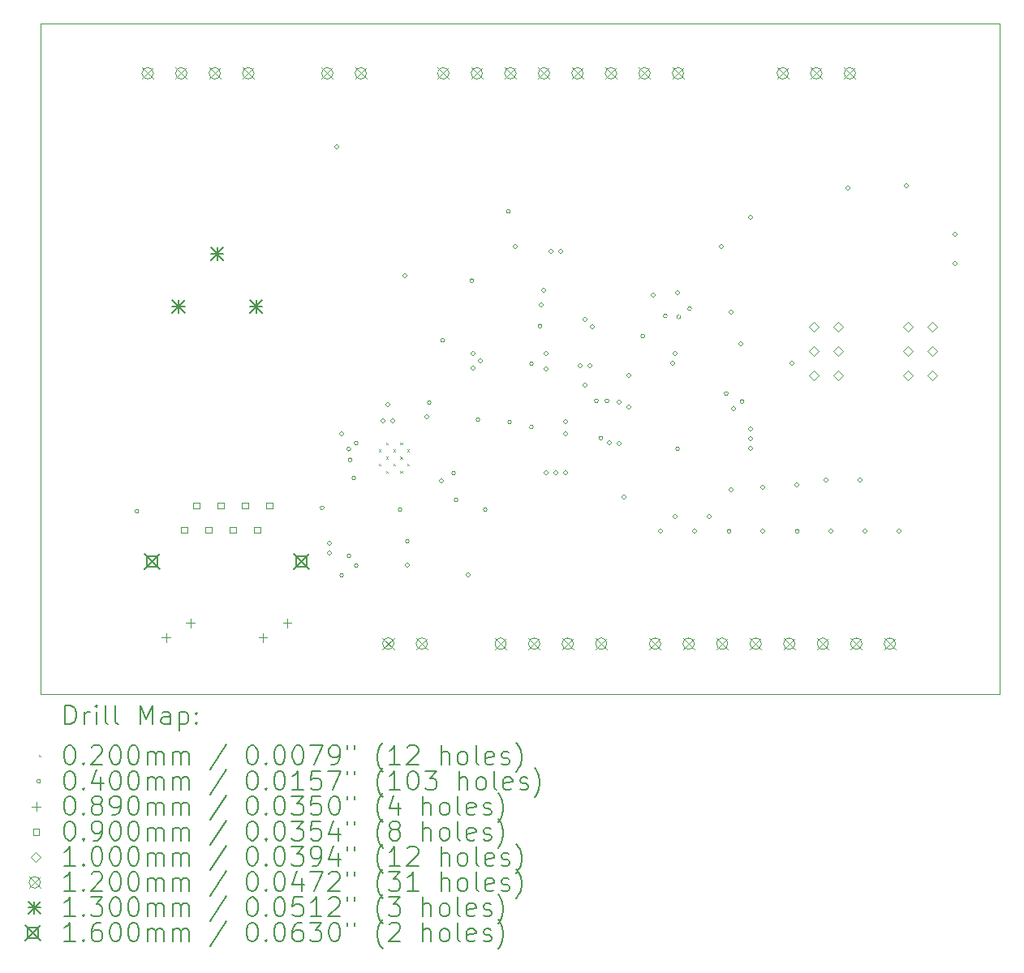
<source format=gbr>
%TF.GenerationSoftware,KiCad,Pcbnew,(6.0.10)*%
%TF.CreationDate,2023-05-06T14:56:52+10:00*%
%TF.ProjectId,jms_ufe_controller,6a6d735f-7566-4655-9f63-6f6e74726f6c,rev?*%
%TF.SameCoordinates,Original*%
%TF.FileFunction,Drillmap*%
%TF.FilePolarity,Positive*%
%FSLAX45Y45*%
G04 Gerber Fmt 4.5, Leading zero omitted, Abs format (unit mm)*
G04 Created by KiCad (PCBNEW (6.0.10)) date 2023-05-06 14:56:52*
%MOMM*%
%LPD*%
G01*
G04 APERTURE LIST*
%ADD10C,0.100000*%
%ADD11C,0.200000*%
%ADD12C,0.020000*%
%ADD13C,0.040000*%
%ADD14C,0.089000*%
%ADD15C,0.090000*%
%ADD16C,0.120000*%
%ADD17C,0.130000*%
%ADD18C,0.160000*%
G04 APERTURE END LIST*
D10*
X10000000Y-5000000D02*
X20000000Y-5000000D01*
X20000000Y-5000000D02*
X20000000Y-12000000D01*
X20000000Y-12000000D02*
X10000000Y-12000000D01*
X10000000Y-12000000D02*
X10000000Y-5000000D01*
D11*
D12*
X13527520Y-9446080D02*
X13547520Y-9466080D01*
X13547520Y-9446080D02*
X13527520Y-9466080D01*
X13527520Y-9594080D02*
X13547520Y-9614080D01*
X13547520Y-9594080D02*
X13527520Y-9614080D01*
X13601520Y-9372080D02*
X13621520Y-9392080D01*
X13621520Y-9372080D02*
X13601520Y-9392080D01*
X13601520Y-9520080D02*
X13621520Y-9540080D01*
X13621520Y-9520080D02*
X13601520Y-9540080D01*
X13601520Y-9668080D02*
X13621520Y-9688080D01*
X13621520Y-9668080D02*
X13601520Y-9688080D01*
X13675520Y-9446080D02*
X13695520Y-9466080D01*
X13695520Y-9446080D02*
X13675520Y-9466080D01*
X13675520Y-9594080D02*
X13695520Y-9614080D01*
X13695520Y-9594080D02*
X13675520Y-9614080D01*
X13749520Y-9372080D02*
X13769520Y-9392080D01*
X13769520Y-9372080D02*
X13749520Y-9392080D01*
X13749520Y-9520080D02*
X13769520Y-9540080D01*
X13769520Y-9520080D02*
X13749520Y-9540080D01*
X13749520Y-9668080D02*
X13769520Y-9688080D01*
X13769520Y-9668080D02*
X13749520Y-9688080D01*
X13823520Y-9446080D02*
X13843520Y-9466080D01*
X13843520Y-9446080D02*
X13823520Y-9466080D01*
X13823520Y-9594080D02*
X13843520Y-9614080D01*
X13843520Y-9594080D02*
X13823520Y-9614080D01*
D13*
X11020740Y-10091420D02*
G75*
G03*
X11020740Y-10091420I-20000J0D01*
G01*
X12953680Y-10053320D02*
G75*
G03*
X12953680Y-10053320I-20000J0D01*
G01*
X13029932Y-10425278D02*
G75*
G03*
X13029932Y-10425278I-20000J0D01*
G01*
X13029932Y-10526878D02*
G75*
G03*
X13029932Y-10526878I-20000J0D01*
G01*
X13106132Y-6285078D02*
G75*
G03*
X13106132Y-6285078I-20000J0D01*
G01*
X13156880Y-10759440D02*
G75*
G03*
X13156880Y-10759440I-20000J0D01*
G01*
X13156932Y-9282278D02*
G75*
G03*
X13156932Y-9282278I-20000J0D01*
G01*
X13231848Y-9440731D02*
G75*
G03*
X13231848Y-9440731I-20000J0D01*
G01*
X13233080Y-10556240D02*
G75*
G03*
X13233080Y-10556240I-20000J0D01*
G01*
X13245780Y-9552940D02*
G75*
G03*
X13245780Y-9552940I-20000J0D01*
G01*
X13283880Y-9743440D02*
G75*
G03*
X13283880Y-9743440I-20000J0D01*
G01*
X13309280Y-9377530D02*
G75*
G03*
X13309280Y-9377530I-20000J0D01*
G01*
X13309280Y-10657840D02*
G75*
G03*
X13309280Y-10657840I-20000J0D01*
G01*
X13588680Y-9146540D02*
G75*
G03*
X13588680Y-9146540I-20000J0D01*
G01*
X13639532Y-8977478D02*
G75*
G03*
X13639532Y-8977478I-20000J0D01*
G01*
X13690280Y-9146540D02*
G75*
G03*
X13690280Y-9146540I-20000J0D01*
G01*
X13766480Y-10073640D02*
G75*
G03*
X13766480Y-10073640I-20000J0D01*
G01*
X13817332Y-7631278D02*
G75*
G03*
X13817332Y-7631278I-20000J0D01*
G01*
X13842680Y-10403840D02*
G75*
G03*
X13842680Y-10403840I-20000J0D01*
G01*
X13842732Y-10653878D02*
G75*
G03*
X13842732Y-10653878I-20000J0D01*
G01*
X14045932Y-9104478D02*
G75*
G03*
X14045932Y-9104478I-20000J0D01*
G01*
X14071280Y-8956040D02*
G75*
G03*
X14071280Y-8956040I-20000J0D01*
G01*
X14198280Y-9772590D02*
G75*
G03*
X14198280Y-9772590I-20000J0D01*
G01*
X14211032Y-8304378D02*
G75*
G03*
X14211032Y-8304378I-20000J0D01*
G01*
X14325280Y-9692640D02*
G75*
G03*
X14325280Y-9692640I-20000J0D01*
G01*
X14350680Y-9972040D02*
G75*
G03*
X14350680Y-9972040I-20000J0D01*
G01*
X14477732Y-10755478D02*
G75*
G03*
X14477732Y-10755478I-20000J0D01*
G01*
X14515832Y-7682078D02*
G75*
G03*
X14515832Y-7682078I-20000J0D01*
G01*
X14528532Y-8444078D02*
G75*
G03*
X14528532Y-8444078I-20000J0D01*
G01*
X14528532Y-8596478D02*
G75*
G03*
X14528532Y-8596478I-20000J0D01*
G01*
X14579280Y-9133840D02*
G75*
G03*
X14579280Y-9133840I-20000J0D01*
G01*
X14604732Y-8520278D02*
G75*
G03*
X14604732Y-8520278I-20000J0D01*
G01*
X14655480Y-10073640D02*
G75*
G03*
X14655480Y-10073640I-20000J0D01*
G01*
X14896832Y-6958178D02*
G75*
G03*
X14896832Y-6958178I-20000J0D01*
G01*
X14909480Y-9159240D02*
G75*
G03*
X14909480Y-9159240I-20000J0D01*
G01*
X14969282Y-7326478D02*
G75*
G03*
X14969282Y-7326478I-20000J0D01*
G01*
X15137650Y-9209610D02*
G75*
G03*
X15137650Y-9209610I-20000J0D01*
G01*
X15138080Y-8549640D02*
G75*
G03*
X15138080Y-8549640I-20000J0D01*
G01*
X15226980Y-8155940D02*
G75*
G03*
X15226980Y-8155940I-20000J0D01*
G01*
X15239732Y-7936078D02*
G75*
G03*
X15239732Y-7936078I-20000J0D01*
G01*
X15265132Y-7783678D02*
G75*
G03*
X15265132Y-7783678I-20000J0D01*
G01*
X15290532Y-8444078D02*
G75*
G03*
X15290532Y-8444078I-20000J0D01*
G01*
X15290532Y-8604450D02*
G75*
G03*
X15290532Y-8604450I-20000J0D01*
G01*
X15290532Y-9688678D02*
G75*
G03*
X15290532Y-9688678I-20000J0D01*
G01*
X15341332Y-7377278D02*
G75*
G03*
X15341332Y-7377278I-20000J0D01*
G01*
X15392132Y-9688678D02*
G75*
G03*
X15392132Y-9688678I-20000J0D01*
G01*
X15442932Y-7377278D02*
G75*
G03*
X15442932Y-7377278I-20000J0D01*
G01*
X15493732Y-9155278D02*
G75*
G03*
X15493732Y-9155278I-20000J0D01*
G01*
X15493732Y-9282278D02*
G75*
G03*
X15493732Y-9282278I-20000J0D01*
G01*
X15493732Y-9688678D02*
G75*
G03*
X15493732Y-9688678I-20000J0D01*
G01*
X15646132Y-8571078D02*
G75*
G03*
X15646132Y-8571078I-20000J0D01*
G01*
X15696932Y-8088478D02*
G75*
G03*
X15696932Y-8088478I-20000J0D01*
G01*
X15696932Y-8774278D02*
G75*
G03*
X15696932Y-8774278I-20000J0D01*
G01*
X15747732Y-8571078D02*
G75*
G03*
X15747732Y-8571078I-20000J0D01*
G01*
X15773132Y-8164678D02*
G75*
G03*
X15773132Y-8164678I-20000J0D01*
G01*
X15815577Y-8936228D02*
G75*
G03*
X15815577Y-8936228I-20000J0D01*
G01*
X15862439Y-9326624D02*
G75*
G03*
X15862439Y-9326624I-20000J0D01*
G01*
X15925532Y-8936228D02*
G75*
G03*
X15925532Y-8936228I-20000J0D01*
G01*
X15950932Y-9373090D02*
G75*
G03*
X15950932Y-9373090I-20000J0D01*
G01*
X16052532Y-8952078D02*
G75*
G03*
X16052532Y-8952078I-20000J0D01*
G01*
X16052532Y-9383878D02*
G75*
G03*
X16052532Y-9383878I-20000J0D01*
G01*
X16103332Y-9942678D02*
G75*
G03*
X16103332Y-9942678I-20000J0D01*
G01*
X16154132Y-8672678D02*
G75*
G03*
X16154132Y-8672678I-20000J0D01*
G01*
X16154132Y-9002878D02*
G75*
G03*
X16154132Y-9002878I-20000J0D01*
G01*
X16299752Y-8259498D02*
G75*
G03*
X16299752Y-8259498I-20000J0D01*
G01*
X16408132Y-7834478D02*
G75*
G03*
X16408132Y-7834478I-20000J0D01*
G01*
X16484332Y-10298278D02*
G75*
G03*
X16484332Y-10298278I-20000J0D01*
G01*
X16535132Y-8050378D02*
G75*
G03*
X16535132Y-8050378I-20000J0D01*
G01*
X16611332Y-8545678D02*
G75*
G03*
X16611332Y-8545678I-20000J0D01*
G01*
X16636732Y-8444078D02*
G75*
G03*
X16636732Y-8444078I-20000J0D01*
G01*
X16636732Y-10145878D02*
G75*
G03*
X16636732Y-10145878I-20000J0D01*
G01*
X16662080Y-9438640D02*
G75*
G03*
X16662080Y-9438640I-20000J0D01*
G01*
X16662132Y-7809078D02*
G75*
G03*
X16662132Y-7809078I-20000J0D01*
G01*
X16674832Y-8062050D02*
G75*
G03*
X16674832Y-8062050I-20000J0D01*
G01*
X16789132Y-7974178D02*
G75*
G03*
X16789132Y-7974178I-20000J0D01*
G01*
X16839932Y-10298278D02*
G75*
G03*
X16839932Y-10298278I-20000J0D01*
G01*
X16992332Y-10145878D02*
G75*
G03*
X16992332Y-10145878I-20000J0D01*
G01*
X17119332Y-7326478D02*
G75*
G03*
X17119332Y-7326478I-20000J0D01*
G01*
X17170132Y-8859550D02*
G75*
G03*
X17170132Y-8859550I-20000J0D01*
G01*
X17199282Y-10298278D02*
G75*
G03*
X17199282Y-10298278I-20000J0D01*
G01*
X17220932Y-8012278D02*
G75*
G03*
X17220932Y-8012278I-20000J0D01*
G01*
X17220932Y-9866478D02*
G75*
G03*
X17220932Y-9866478I-20000J0D01*
G01*
X17246280Y-9019540D02*
G75*
G03*
X17246280Y-9019540I-20000J0D01*
G01*
X17322532Y-8342478D02*
G75*
G03*
X17322532Y-8342478I-20000J0D01*
G01*
X17335180Y-8943340D02*
G75*
G03*
X17335180Y-8943340I-20000J0D01*
G01*
X17424132Y-7021678D02*
G75*
G03*
X17424132Y-7021678I-20000J0D01*
G01*
X17424132Y-9231478D02*
G75*
G03*
X17424132Y-9231478I-20000J0D01*
G01*
X17424132Y-9333078D02*
G75*
G03*
X17424132Y-9333078I-20000J0D01*
G01*
X17424132Y-9434678D02*
G75*
G03*
X17424132Y-9434678I-20000J0D01*
G01*
X17551132Y-9841078D02*
G75*
G03*
X17551132Y-9841078I-20000J0D01*
G01*
X17551132Y-10298278D02*
G75*
G03*
X17551132Y-10298278I-20000J0D01*
G01*
X17855932Y-8545678D02*
G75*
G03*
X17855932Y-8545678I-20000J0D01*
G01*
X17906732Y-9815678D02*
G75*
G03*
X17906732Y-9815678I-20000J0D01*
G01*
X17910482Y-10298278D02*
G75*
G03*
X17910482Y-10298278I-20000J0D01*
G01*
X18211532Y-9764878D02*
G75*
G03*
X18211532Y-9764878I-20000J0D01*
G01*
X18262332Y-10298278D02*
G75*
G03*
X18262332Y-10298278I-20000J0D01*
G01*
X18440132Y-6716878D02*
G75*
G03*
X18440132Y-6716878I-20000J0D01*
G01*
X18567132Y-9764878D02*
G75*
G03*
X18567132Y-9764878I-20000J0D01*
G01*
X18617932Y-10298278D02*
G75*
G03*
X18617932Y-10298278I-20000J0D01*
G01*
X18973532Y-10298278D02*
G75*
G03*
X18973532Y-10298278I-20000J0D01*
G01*
X19049732Y-6691478D02*
G75*
G03*
X19049732Y-6691478I-20000J0D01*
G01*
X19557732Y-7199478D02*
G75*
G03*
X19557732Y-7199478I-20000J0D01*
G01*
X19557732Y-7504278D02*
G75*
G03*
X19557732Y-7504278I-20000J0D01*
G01*
D14*
X11305500Y-11364500D02*
X11305500Y-11453500D01*
X11261000Y-11409000D02*
X11350000Y-11409000D01*
X11559500Y-11212500D02*
X11559500Y-11301500D01*
X11515000Y-11257000D02*
X11604000Y-11257000D01*
X12316500Y-11364500D02*
X12316500Y-11453500D01*
X12272000Y-11409000D02*
X12361000Y-11409000D01*
X12570500Y-11212500D02*
X12570500Y-11301500D01*
X12526000Y-11257000D02*
X12615000Y-11257000D01*
D15*
X11525320Y-10316820D02*
X11525320Y-10253180D01*
X11461680Y-10253180D01*
X11461680Y-10316820D01*
X11525320Y-10316820D01*
X11652320Y-10062820D02*
X11652320Y-9999180D01*
X11588680Y-9999180D01*
X11588680Y-10062820D01*
X11652320Y-10062820D01*
X11779320Y-10316820D02*
X11779320Y-10253180D01*
X11715680Y-10253180D01*
X11715680Y-10316820D01*
X11779320Y-10316820D01*
X11906320Y-10062820D02*
X11906320Y-9999180D01*
X11842680Y-9999180D01*
X11842680Y-10062820D01*
X11906320Y-10062820D01*
X12033320Y-10316820D02*
X12033320Y-10253180D01*
X11969680Y-10253180D01*
X11969680Y-10316820D01*
X12033320Y-10316820D01*
X12160320Y-10062820D02*
X12160320Y-9999180D01*
X12096680Y-9999180D01*
X12096680Y-10062820D01*
X12160320Y-10062820D01*
X12287320Y-10316820D02*
X12287320Y-10253180D01*
X12223680Y-10253180D01*
X12223680Y-10316820D01*
X12287320Y-10316820D01*
X12414320Y-10062820D02*
X12414320Y-9999180D01*
X12350680Y-9999180D01*
X12350680Y-10062820D01*
X12414320Y-10062820D01*
D10*
X18064532Y-8214678D02*
X18114532Y-8164678D01*
X18064532Y-8114678D01*
X18014532Y-8164678D01*
X18064532Y-8214678D01*
X18064532Y-8468678D02*
X18114532Y-8418678D01*
X18064532Y-8368678D01*
X18014532Y-8418678D01*
X18064532Y-8468678D01*
X18064532Y-8722678D02*
X18114532Y-8672678D01*
X18064532Y-8622678D01*
X18014532Y-8672678D01*
X18064532Y-8722678D01*
X18318532Y-8214678D02*
X18368532Y-8164678D01*
X18318532Y-8114678D01*
X18268532Y-8164678D01*
X18318532Y-8214678D01*
X18318532Y-8468678D02*
X18368532Y-8418678D01*
X18318532Y-8368678D01*
X18268532Y-8418678D01*
X18318532Y-8468678D01*
X18318532Y-8722678D02*
X18368532Y-8672678D01*
X18318532Y-8622678D01*
X18268532Y-8672678D01*
X18318532Y-8722678D01*
X19050052Y-8214678D02*
X19100052Y-8164678D01*
X19050052Y-8114678D01*
X19000052Y-8164678D01*
X19050052Y-8214678D01*
X19050052Y-8468678D02*
X19100052Y-8418678D01*
X19050052Y-8368678D01*
X19000052Y-8418678D01*
X19050052Y-8468678D01*
X19050052Y-8722678D02*
X19100052Y-8672678D01*
X19050052Y-8622678D01*
X19000052Y-8672678D01*
X19050052Y-8722678D01*
X19304052Y-8214678D02*
X19354052Y-8164678D01*
X19304052Y-8114678D01*
X19254052Y-8164678D01*
X19304052Y-8214678D01*
X19304052Y-8468678D02*
X19354052Y-8418678D01*
X19304052Y-8368678D01*
X19254052Y-8418678D01*
X19304052Y-8468678D01*
X19304052Y-8722678D02*
X19354052Y-8672678D01*
X19304052Y-8622678D01*
X19254052Y-8672678D01*
X19304052Y-8722678D01*
D16*
X11053332Y-5456878D02*
X11173332Y-5576878D01*
X11173332Y-5456878D02*
X11053332Y-5576878D01*
X11173332Y-5516878D02*
G75*
G03*
X11173332Y-5516878I-60000J0D01*
G01*
X11403332Y-5456878D02*
X11523332Y-5576878D01*
X11523332Y-5456878D02*
X11403332Y-5576878D01*
X11523332Y-5516878D02*
G75*
G03*
X11523332Y-5516878I-60000J0D01*
G01*
X11753332Y-5456878D02*
X11873332Y-5576878D01*
X11873332Y-5456878D02*
X11753332Y-5576878D01*
X11873332Y-5516878D02*
G75*
G03*
X11873332Y-5516878I-60000J0D01*
G01*
X12103332Y-5456878D02*
X12223332Y-5576878D01*
X12223332Y-5456878D02*
X12103332Y-5576878D01*
X12223332Y-5516878D02*
G75*
G03*
X12223332Y-5516878I-60000J0D01*
G01*
X12927332Y-5456878D02*
X13047332Y-5576878D01*
X13047332Y-5456878D02*
X12927332Y-5576878D01*
X13047332Y-5516878D02*
G75*
G03*
X13047332Y-5516878I-60000J0D01*
G01*
X13277332Y-5456878D02*
X13397332Y-5576878D01*
X13397332Y-5456878D02*
X13277332Y-5576878D01*
X13397332Y-5516878D02*
G75*
G03*
X13397332Y-5516878I-60000J0D01*
G01*
X13563480Y-11411440D02*
X13683480Y-11531440D01*
X13683480Y-11411440D02*
X13563480Y-11531440D01*
X13683480Y-11471440D02*
G75*
G03*
X13683480Y-11471440I-60000J0D01*
G01*
X13913480Y-11411440D02*
X14033480Y-11531440D01*
X14033480Y-11411440D02*
X13913480Y-11531440D01*
X14033480Y-11471440D02*
G75*
G03*
X14033480Y-11471440I-60000J0D01*
G01*
X14137932Y-5456878D02*
X14257932Y-5576878D01*
X14257932Y-5456878D02*
X14137932Y-5576878D01*
X14257932Y-5516878D02*
G75*
G03*
X14257932Y-5516878I-60000J0D01*
G01*
X14487932Y-5456878D02*
X14607932Y-5576878D01*
X14607932Y-5456878D02*
X14487932Y-5576878D01*
X14607932Y-5516878D02*
G75*
G03*
X14607932Y-5516878I-60000J0D01*
G01*
X14736332Y-11412878D02*
X14856332Y-11532878D01*
X14856332Y-11412878D02*
X14736332Y-11532878D01*
X14856332Y-11472878D02*
G75*
G03*
X14856332Y-11472878I-60000J0D01*
G01*
X14837932Y-5456878D02*
X14957932Y-5576878D01*
X14957932Y-5456878D02*
X14837932Y-5576878D01*
X14957932Y-5516878D02*
G75*
G03*
X14957932Y-5516878I-60000J0D01*
G01*
X15086332Y-11412878D02*
X15206332Y-11532878D01*
X15206332Y-11412878D02*
X15086332Y-11532878D01*
X15206332Y-11472878D02*
G75*
G03*
X15206332Y-11472878I-60000J0D01*
G01*
X15187932Y-5456878D02*
X15307932Y-5576878D01*
X15307932Y-5456878D02*
X15187932Y-5576878D01*
X15307932Y-5516878D02*
G75*
G03*
X15307932Y-5516878I-60000J0D01*
G01*
X15436332Y-11412878D02*
X15556332Y-11532878D01*
X15556332Y-11412878D02*
X15436332Y-11532878D01*
X15556332Y-11472878D02*
G75*
G03*
X15556332Y-11472878I-60000J0D01*
G01*
X15537932Y-5456878D02*
X15657932Y-5576878D01*
X15657932Y-5456878D02*
X15537932Y-5576878D01*
X15657932Y-5516878D02*
G75*
G03*
X15657932Y-5516878I-60000J0D01*
G01*
X15786332Y-11412878D02*
X15906332Y-11532878D01*
X15906332Y-11412878D02*
X15786332Y-11532878D01*
X15906332Y-11472878D02*
G75*
G03*
X15906332Y-11472878I-60000J0D01*
G01*
X15887932Y-5456878D02*
X16007932Y-5576878D01*
X16007932Y-5456878D02*
X15887932Y-5576878D01*
X16007932Y-5516878D02*
G75*
G03*
X16007932Y-5516878I-60000J0D01*
G01*
X16237932Y-5456878D02*
X16357932Y-5576878D01*
X16357932Y-5456878D02*
X16237932Y-5576878D01*
X16357932Y-5516878D02*
G75*
G03*
X16357932Y-5516878I-60000J0D01*
G01*
X16347732Y-11412800D02*
X16467732Y-11532800D01*
X16467732Y-11412800D02*
X16347732Y-11532800D01*
X16467732Y-11472800D02*
G75*
G03*
X16467732Y-11472800I-60000J0D01*
G01*
X16587932Y-5456878D02*
X16707932Y-5576878D01*
X16707932Y-5456878D02*
X16587932Y-5576878D01*
X16707932Y-5516878D02*
G75*
G03*
X16707932Y-5516878I-60000J0D01*
G01*
X16697732Y-11412800D02*
X16817732Y-11532800D01*
X16817732Y-11412800D02*
X16697732Y-11532800D01*
X16817732Y-11472800D02*
G75*
G03*
X16817732Y-11472800I-60000J0D01*
G01*
X17047732Y-11412800D02*
X17167732Y-11532800D01*
X17167732Y-11412800D02*
X17047732Y-11532800D01*
X17167732Y-11472800D02*
G75*
G03*
X17167732Y-11472800I-60000J0D01*
G01*
X17397732Y-11412800D02*
X17517732Y-11532800D01*
X17517732Y-11412800D02*
X17397732Y-11532800D01*
X17517732Y-11472800D02*
G75*
G03*
X17517732Y-11472800I-60000J0D01*
G01*
X17679932Y-5456878D02*
X17799932Y-5576878D01*
X17799932Y-5456878D02*
X17679932Y-5576878D01*
X17799932Y-5516878D02*
G75*
G03*
X17799932Y-5516878I-60000J0D01*
G01*
X17747732Y-11412800D02*
X17867732Y-11532800D01*
X17867732Y-11412800D02*
X17747732Y-11532800D01*
X17867732Y-11472800D02*
G75*
G03*
X17867732Y-11472800I-60000J0D01*
G01*
X18029932Y-5456878D02*
X18149932Y-5576878D01*
X18149932Y-5456878D02*
X18029932Y-5576878D01*
X18149932Y-5516878D02*
G75*
G03*
X18149932Y-5516878I-60000J0D01*
G01*
X18097732Y-11412800D02*
X18217732Y-11532800D01*
X18217732Y-11412800D02*
X18097732Y-11532800D01*
X18217732Y-11472800D02*
G75*
G03*
X18217732Y-11472800I-60000J0D01*
G01*
X18379932Y-5456878D02*
X18499932Y-5576878D01*
X18499932Y-5456878D02*
X18379932Y-5576878D01*
X18499932Y-5516878D02*
G75*
G03*
X18499932Y-5516878I-60000J0D01*
G01*
X18447732Y-11412800D02*
X18567732Y-11532800D01*
X18567732Y-11412800D02*
X18447732Y-11532800D01*
X18567732Y-11472800D02*
G75*
G03*
X18567732Y-11472800I-60000J0D01*
G01*
X18797732Y-11412800D02*
X18917732Y-11532800D01*
X18917732Y-11412800D02*
X18797732Y-11532800D01*
X18917732Y-11472800D02*
G75*
G03*
X18917732Y-11472800I-60000J0D01*
G01*
D17*
X11368792Y-7887090D02*
X11498792Y-8017090D01*
X11498792Y-7887090D02*
X11368792Y-8017090D01*
X11433792Y-7887090D02*
X11433792Y-8017090D01*
X11368792Y-7952090D02*
X11498792Y-7952090D01*
X11773792Y-7337090D02*
X11903792Y-7467090D01*
X11903792Y-7337090D02*
X11773792Y-7467090D01*
X11838792Y-7337090D02*
X11838792Y-7467090D01*
X11773792Y-7402090D02*
X11903792Y-7402090D01*
X12178792Y-7887090D02*
X12308792Y-8017090D01*
X12308792Y-7887090D02*
X12178792Y-8017090D01*
X12243792Y-7887090D02*
X12243792Y-8017090D01*
X12178792Y-7952090D02*
X12308792Y-7952090D01*
D18*
X11080500Y-10534000D02*
X11240500Y-10694000D01*
X11240500Y-10534000D02*
X11080500Y-10694000D01*
X11217069Y-10670569D02*
X11217069Y-10557431D01*
X11103931Y-10557431D01*
X11103931Y-10670569D01*
X11217069Y-10670569D01*
X12635500Y-10534000D02*
X12795500Y-10694000D01*
X12795500Y-10534000D02*
X12635500Y-10694000D01*
X12772069Y-10670569D02*
X12772069Y-10557431D01*
X12658931Y-10557431D01*
X12658931Y-10670569D01*
X12772069Y-10670569D01*
D11*
X10252619Y-12315476D02*
X10252619Y-12115476D01*
X10300238Y-12115476D01*
X10328810Y-12125000D01*
X10347857Y-12144048D01*
X10357381Y-12163095D01*
X10366905Y-12201190D01*
X10366905Y-12229762D01*
X10357381Y-12267857D01*
X10347857Y-12286905D01*
X10328810Y-12305952D01*
X10300238Y-12315476D01*
X10252619Y-12315476D01*
X10452619Y-12315476D02*
X10452619Y-12182143D01*
X10452619Y-12220238D02*
X10462143Y-12201190D01*
X10471667Y-12191667D01*
X10490714Y-12182143D01*
X10509762Y-12182143D01*
X10576429Y-12315476D02*
X10576429Y-12182143D01*
X10576429Y-12115476D02*
X10566905Y-12125000D01*
X10576429Y-12134524D01*
X10585952Y-12125000D01*
X10576429Y-12115476D01*
X10576429Y-12134524D01*
X10700238Y-12315476D02*
X10681190Y-12305952D01*
X10671667Y-12286905D01*
X10671667Y-12115476D01*
X10805000Y-12315476D02*
X10785952Y-12305952D01*
X10776429Y-12286905D01*
X10776429Y-12115476D01*
X11033571Y-12315476D02*
X11033571Y-12115476D01*
X11100238Y-12258333D01*
X11166905Y-12115476D01*
X11166905Y-12315476D01*
X11347857Y-12315476D02*
X11347857Y-12210714D01*
X11338333Y-12191667D01*
X11319286Y-12182143D01*
X11281190Y-12182143D01*
X11262143Y-12191667D01*
X11347857Y-12305952D02*
X11328809Y-12315476D01*
X11281190Y-12315476D01*
X11262143Y-12305952D01*
X11252619Y-12286905D01*
X11252619Y-12267857D01*
X11262143Y-12248809D01*
X11281190Y-12239286D01*
X11328809Y-12239286D01*
X11347857Y-12229762D01*
X11443095Y-12182143D02*
X11443095Y-12382143D01*
X11443095Y-12191667D02*
X11462143Y-12182143D01*
X11500238Y-12182143D01*
X11519286Y-12191667D01*
X11528809Y-12201190D01*
X11538333Y-12220238D01*
X11538333Y-12277381D01*
X11528809Y-12296428D01*
X11519286Y-12305952D01*
X11500238Y-12315476D01*
X11462143Y-12315476D01*
X11443095Y-12305952D01*
X11624048Y-12296428D02*
X11633571Y-12305952D01*
X11624048Y-12315476D01*
X11614524Y-12305952D01*
X11624048Y-12296428D01*
X11624048Y-12315476D01*
X11624048Y-12191667D02*
X11633571Y-12201190D01*
X11624048Y-12210714D01*
X11614524Y-12201190D01*
X11624048Y-12191667D01*
X11624048Y-12210714D01*
D12*
X9975000Y-12635000D02*
X9995000Y-12655000D01*
X9995000Y-12635000D02*
X9975000Y-12655000D01*
D11*
X10290714Y-12535476D02*
X10309762Y-12535476D01*
X10328810Y-12545000D01*
X10338333Y-12554524D01*
X10347857Y-12573571D01*
X10357381Y-12611667D01*
X10357381Y-12659286D01*
X10347857Y-12697381D01*
X10338333Y-12716428D01*
X10328810Y-12725952D01*
X10309762Y-12735476D01*
X10290714Y-12735476D01*
X10271667Y-12725952D01*
X10262143Y-12716428D01*
X10252619Y-12697381D01*
X10243095Y-12659286D01*
X10243095Y-12611667D01*
X10252619Y-12573571D01*
X10262143Y-12554524D01*
X10271667Y-12545000D01*
X10290714Y-12535476D01*
X10443095Y-12716428D02*
X10452619Y-12725952D01*
X10443095Y-12735476D01*
X10433571Y-12725952D01*
X10443095Y-12716428D01*
X10443095Y-12735476D01*
X10528810Y-12554524D02*
X10538333Y-12545000D01*
X10557381Y-12535476D01*
X10605000Y-12535476D01*
X10624048Y-12545000D01*
X10633571Y-12554524D01*
X10643095Y-12573571D01*
X10643095Y-12592619D01*
X10633571Y-12621190D01*
X10519286Y-12735476D01*
X10643095Y-12735476D01*
X10766905Y-12535476D02*
X10785952Y-12535476D01*
X10805000Y-12545000D01*
X10814524Y-12554524D01*
X10824048Y-12573571D01*
X10833571Y-12611667D01*
X10833571Y-12659286D01*
X10824048Y-12697381D01*
X10814524Y-12716428D01*
X10805000Y-12725952D01*
X10785952Y-12735476D01*
X10766905Y-12735476D01*
X10747857Y-12725952D01*
X10738333Y-12716428D01*
X10728810Y-12697381D01*
X10719286Y-12659286D01*
X10719286Y-12611667D01*
X10728810Y-12573571D01*
X10738333Y-12554524D01*
X10747857Y-12545000D01*
X10766905Y-12535476D01*
X10957381Y-12535476D02*
X10976429Y-12535476D01*
X10995476Y-12545000D01*
X11005000Y-12554524D01*
X11014524Y-12573571D01*
X11024048Y-12611667D01*
X11024048Y-12659286D01*
X11014524Y-12697381D01*
X11005000Y-12716428D01*
X10995476Y-12725952D01*
X10976429Y-12735476D01*
X10957381Y-12735476D01*
X10938333Y-12725952D01*
X10928810Y-12716428D01*
X10919286Y-12697381D01*
X10909762Y-12659286D01*
X10909762Y-12611667D01*
X10919286Y-12573571D01*
X10928810Y-12554524D01*
X10938333Y-12545000D01*
X10957381Y-12535476D01*
X11109762Y-12735476D02*
X11109762Y-12602143D01*
X11109762Y-12621190D02*
X11119286Y-12611667D01*
X11138333Y-12602143D01*
X11166905Y-12602143D01*
X11185952Y-12611667D01*
X11195476Y-12630714D01*
X11195476Y-12735476D01*
X11195476Y-12630714D02*
X11205000Y-12611667D01*
X11224048Y-12602143D01*
X11252619Y-12602143D01*
X11271667Y-12611667D01*
X11281190Y-12630714D01*
X11281190Y-12735476D01*
X11376428Y-12735476D02*
X11376428Y-12602143D01*
X11376428Y-12621190D02*
X11385952Y-12611667D01*
X11405000Y-12602143D01*
X11433571Y-12602143D01*
X11452619Y-12611667D01*
X11462143Y-12630714D01*
X11462143Y-12735476D01*
X11462143Y-12630714D02*
X11471667Y-12611667D01*
X11490714Y-12602143D01*
X11519286Y-12602143D01*
X11538333Y-12611667D01*
X11547857Y-12630714D01*
X11547857Y-12735476D01*
X11938333Y-12525952D02*
X11766905Y-12783095D01*
X12195476Y-12535476D02*
X12214524Y-12535476D01*
X12233571Y-12545000D01*
X12243095Y-12554524D01*
X12252619Y-12573571D01*
X12262143Y-12611667D01*
X12262143Y-12659286D01*
X12252619Y-12697381D01*
X12243095Y-12716428D01*
X12233571Y-12725952D01*
X12214524Y-12735476D01*
X12195476Y-12735476D01*
X12176428Y-12725952D01*
X12166905Y-12716428D01*
X12157381Y-12697381D01*
X12147857Y-12659286D01*
X12147857Y-12611667D01*
X12157381Y-12573571D01*
X12166905Y-12554524D01*
X12176428Y-12545000D01*
X12195476Y-12535476D01*
X12347857Y-12716428D02*
X12357381Y-12725952D01*
X12347857Y-12735476D01*
X12338333Y-12725952D01*
X12347857Y-12716428D01*
X12347857Y-12735476D01*
X12481190Y-12535476D02*
X12500238Y-12535476D01*
X12519286Y-12545000D01*
X12528809Y-12554524D01*
X12538333Y-12573571D01*
X12547857Y-12611667D01*
X12547857Y-12659286D01*
X12538333Y-12697381D01*
X12528809Y-12716428D01*
X12519286Y-12725952D01*
X12500238Y-12735476D01*
X12481190Y-12735476D01*
X12462143Y-12725952D01*
X12452619Y-12716428D01*
X12443095Y-12697381D01*
X12433571Y-12659286D01*
X12433571Y-12611667D01*
X12443095Y-12573571D01*
X12452619Y-12554524D01*
X12462143Y-12545000D01*
X12481190Y-12535476D01*
X12671667Y-12535476D02*
X12690714Y-12535476D01*
X12709762Y-12545000D01*
X12719286Y-12554524D01*
X12728809Y-12573571D01*
X12738333Y-12611667D01*
X12738333Y-12659286D01*
X12728809Y-12697381D01*
X12719286Y-12716428D01*
X12709762Y-12725952D01*
X12690714Y-12735476D01*
X12671667Y-12735476D01*
X12652619Y-12725952D01*
X12643095Y-12716428D01*
X12633571Y-12697381D01*
X12624048Y-12659286D01*
X12624048Y-12611667D01*
X12633571Y-12573571D01*
X12643095Y-12554524D01*
X12652619Y-12545000D01*
X12671667Y-12535476D01*
X12805000Y-12535476D02*
X12938333Y-12535476D01*
X12852619Y-12735476D01*
X13024048Y-12735476D02*
X13062143Y-12735476D01*
X13081190Y-12725952D01*
X13090714Y-12716428D01*
X13109762Y-12687857D01*
X13119286Y-12649762D01*
X13119286Y-12573571D01*
X13109762Y-12554524D01*
X13100238Y-12545000D01*
X13081190Y-12535476D01*
X13043095Y-12535476D01*
X13024048Y-12545000D01*
X13014524Y-12554524D01*
X13005000Y-12573571D01*
X13005000Y-12621190D01*
X13014524Y-12640238D01*
X13024048Y-12649762D01*
X13043095Y-12659286D01*
X13081190Y-12659286D01*
X13100238Y-12649762D01*
X13109762Y-12640238D01*
X13119286Y-12621190D01*
X13195476Y-12535476D02*
X13195476Y-12573571D01*
X13271667Y-12535476D02*
X13271667Y-12573571D01*
X13566905Y-12811667D02*
X13557381Y-12802143D01*
X13538333Y-12773571D01*
X13528809Y-12754524D01*
X13519286Y-12725952D01*
X13509762Y-12678333D01*
X13509762Y-12640238D01*
X13519286Y-12592619D01*
X13528809Y-12564048D01*
X13538333Y-12545000D01*
X13557381Y-12516428D01*
X13566905Y-12506905D01*
X13747857Y-12735476D02*
X13633571Y-12735476D01*
X13690714Y-12735476D02*
X13690714Y-12535476D01*
X13671667Y-12564048D01*
X13652619Y-12583095D01*
X13633571Y-12592619D01*
X13824048Y-12554524D02*
X13833571Y-12545000D01*
X13852619Y-12535476D01*
X13900238Y-12535476D01*
X13919286Y-12545000D01*
X13928809Y-12554524D01*
X13938333Y-12573571D01*
X13938333Y-12592619D01*
X13928809Y-12621190D01*
X13814524Y-12735476D01*
X13938333Y-12735476D01*
X14176428Y-12735476D02*
X14176428Y-12535476D01*
X14262143Y-12735476D02*
X14262143Y-12630714D01*
X14252619Y-12611667D01*
X14233571Y-12602143D01*
X14205000Y-12602143D01*
X14185952Y-12611667D01*
X14176428Y-12621190D01*
X14385952Y-12735476D02*
X14366905Y-12725952D01*
X14357381Y-12716428D01*
X14347857Y-12697381D01*
X14347857Y-12640238D01*
X14357381Y-12621190D01*
X14366905Y-12611667D01*
X14385952Y-12602143D01*
X14414524Y-12602143D01*
X14433571Y-12611667D01*
X14443095Y-12621190D01*
X14452619Y-12640238D01*
X14452619Y-12697381D01*
X14443095Y-12716428D01*
X14433571Y-12725952D01*
X14414524Y-12735476D01*
X14385952Y-12735476D01*
X14566905Y-12735476D02*
X14547857Y-12725952D01*
X14538333Y-12706905D01*
X14538333Y-12535476D01*
X14719286Y-12725952D02*
X14700238Y-12735476D01*
X14662143Y-12735476D01*
X14643095Y-12725952D01*
X14633571Y-12706905D01*
X14633571Y-12630714D01*
X14643095Y-12611667D01*
X14662143Y-12602143D01*
X14700238Y-12602143D01*
X14719286Y-12611667D01*
X14728809Y-12630714D01*
X14728809Y-12649762D01*
X14633571Y-12668809D01*
X14805000Y-12725952D02*
X14824048Y-12735476D01*
X14862143Y-12735476D01*
X14881190Y-12725952D01*
X14890714Y-12706905D01*
X14890714Y-12697381D01*
X14881190Y-12678333D01*
X14862143Y-12668809D01*
X14833571Y-12668809D01*
X14814524Y-12659286D01*
X14805000Y-12640238D01*
X14805000Y-12630714D01*
X14814524Y-12611667D01*
X14833571Y-12602143D01*
X14862143Y-12602143D01*
X14881190Y-12611667D01*
X14957381Y-12811667D02*
X14966905Y-12802143D01*
X14985952Y-12773571D01*
X14995476Y-12754524D01*
X15005000Y-12725952D01*
X15014524Y-12678333D01*
X15014524Y-12640238D01*
X15005000Y-12592619D01*
X14995476Y-12564048D01*
X14985952Y-12545000D01*
X14966905Y-12516428D01*
X14957381Y-12506905D01*
D13*
X9995000Y-12909000D02*
G75*
G03*
X9995000Y-12909000I-20000J0D01*
G01*
D11*
X10290714Y-12799476D02*
X10309762Y-12799476D01*
X10328810Y-12809000D01*
X10338333Y-12818524D01*
X10347857Y-12837571D01*
X10357381Y-12875667D01*
X10357381Y-12923286D01*
X10347857Y-12961381D01*
X10338333Y-12980428D01*
X10328810Y-12989952D01*
X10309762Y-12999476D01*
X10290714Y-12999476D01*
X10271667Y-12989952D01*
X10262143Y-12980428D01*
X10252619Y-12961381D01*
X10243095Y-12923286D01*
X10243095Y-12875667D01*
X10252619Y-12837571D01*
X10262143Y-12818524D01*
X10271667Y-12809000D01*
X10290714Y-12799476D01*
X10443095Y-12980428D02*
X10452619Y-12989952D01*
X10443095Y-12999476D01*
X10433571Y-12989952D01*
X10443095Y-12980428D01*
X10443095Y-12999476D01*
X10624048Y-12866143D02*
X10624048Y-12999476D01*
X10576429Y-12789952D02*
X10528810Y-12932809D01*
X10652619Y-12932809D01*
X10766905Y-12799476D02*
X10785952Y-12799476D01*
X10805000Y-12809000D01*
X10814524Y-12818524D01*
X10824048Y-12837571D01*
X10833571Y-12875667D01*
X10833571Y-12923286D01*
X10824048Y-12961381D01*
X10814524Y-12980428D01*
X10805000Y-12989952D01*
X10785952Y-12999476D01*
X10766905Y-12999476D01*
X10747857Y-12989952D01*
X10738333Y-12980428D01*
X10728810Y-12961381D01*
X10719286Y-12923286D01*
X10719286Y-12875667D01*
X10728810Y-12837571D01*
X10738333Y-12818524D01*
X10747857Y-12809000D01*
X10766905Y-12799476D01*
X10957381Y-12799476D02*
X10976429Y-12799476D01*
X10995476Y-12809000D01*
X11005000Y-12818524D01*
X11014524Y-12837571D01*
X11024048Y-12875667D01*
X11024048Y-12923286D01*
X11014524Y-12961381D01*
X11005000Y-12980428D01*
X10995476Y-12989952D01*
X10976429Y-12999476D01*
X10957381Y-12999476D01*
X10938333Y-12989952D01*
X10928810Y-12980428D01*
X10919286Y-12961381D01*
X10909762Y-12923286D01*
X10909762Y-12875667D01*
X10919286Y-12837571D01*
X10928810Y-12818524D01*
X10938333Y-12809000D01*
X10957381Y-12799476D01*
X11109762Y-12999476D02*
X11109762Y-12866143D01*
X11109762Y-12885190D02*
X11119286Y-12875667D01*
X11138333Y-12866143D01*
X11166905Y-12866143D01*
X11185952Y-12875667D01*
X11195476Y-12894714D01*
X11195476Y-12999476D01*
X11195476Y-12894714D02*
X11205000Y-12875667D01*
X11224048Y-12866143D01*
X11252619Y-12866143D01*
X11271667Y-12875667D01*
X11281190Y-12894714D01*
X11281190Y-12999476D01*
X11376428Y-12999476D02*
X11376428Y-12866143D01*
X11376428Y-12885190D02*
X11385952Y-12875667D01*
X11405000Y-12866143D01*
X11433571Y-12866143D01*
X11452619Y-12875667D01*
X11462143Y-12894714D01*
X11462143Y-12999476D01*
X11462143Y-12894714D02*
X11471667Y-12875667D01*
X11490714Y-12866143D01*
X11519286Y-12866143D01*
X11538333Y-12875667D01*
X11547857Y-12894714D01*
X11547857Y-12999476D01*
X11938333Y-12789952D02*
X11766905Y-13047095D01*
X12195476Y-12799476D02*
X12214524Y-12799476D01*
X12233571Y-12809000D01*
X12243095Y-12818524D01*
X12252619Y-12837571D01*
X12262143Y-12875667D01*
X12262143Y-12923286D01*
X12252619Y-12961381D01*
X12243095Y-12980428D01*
X12233571Y-12989952D01*
X12214524Y-12999476D01*
X12195476Y-12999476D01*
X12176428Y-12989952D01*
X12166905Y-12980428D01*
X12157381Y-12961381D01*
X12147857Y-12923286D01*
X12147857Y-12875667D01*
X12157381Y-12837571D01*
X12166905Y-12818524D01*
X12176428Y-12809000D01*
X12195476Y-12799476D01*
X12347857Y-12980428D02*
X12357381Y-12989952D01*
X12347857Y-12999476D01*
X12338333Y-12989952D01*
X12347857Y-12980428D01*
X12347857Y-12999476D01*
X12481190Y-12799476D02*
X12500238Y-12799476D01*
X12519286Y-12809000D01*
X12528809Y-12818524D01*
X12538333Y-12837571D01*
X12547857Y-12875667D01*
X12547857Y-12923286D01*
X12538333Y-12961381D01*
X12528809Y-12980428D01*
X12519286Y-12989952D01*
X12500238Y-12999476D01*
X12481190Y-12999476D01*
X12462143Y-12989952D01*
X12452619Y-12980428D01*
X12443095Y-12961381D01*
X12433571Y-12923286D01*
X12433571Y-12875667D01*
X12443095Y-12837571D01*
X12452619Y-12818524D01*
X12462143Y-12809000D01*
X12481190Y-12799476D01*
X12738333Y-12999476D02*
X12624048Y-12999476D01*
X12681190Y-12999476D02*
X12681190Y-12799476D01*
X12662143Y-12828048D01*
X12643095Y-12847095D01*
X12624048Y-12856619D01*
X12919286Y-12799476D02*
X12824048Y-12799476D01*
X12814524Y-12894714D01*
X12824048Y-12885190D01*
X12843095Y-12875667D01*
X12890714Y-12875667D01*
X12909762Y-12885190D01*
X12919286Y-12894714D01*
X12928809Y-12913762D01*
X12928809Y-12961381D01*
X12919286Y-12980428D01*
X12909762Y-12989952D01*
X12890714Y-12999476D01*
X12843095Y-12999476D01*
X12824048Y-12989952D01*
X12814524Y-12980428D01*
X12995476Y-12799476D02*
X13128809Y-12799476D01*
X13043095Y-12999476D01*
X13195476Y-12799476D02*
X13195476Y-12837571D01*
X13271667Y-12799476D02*
X13271667Y-12837571D01*
X13566905Y-13075667D02*
X13557381Y-13066143D01*
X13538333Y-13037571D01*
X13528809Y-13018524D01*
X13519286Y-12989952D01*
X13509762Y-12942333D01*
X13509762Y-12904238D01*
X13519286Y-12856619D01*
X13528809Y-12828048D01*
X13538333Y-12809000D01*
X13557381Y-12780428D01*
X13566905Y-12770905D01*
X13747857Y-12999476D02*
X13633571Y-12999476D01*
X13690714Y-12999476D02*
X13690714Y-12799476D01*
X13671667Y-12828048D01*
X13652619Y-12847095D01*
X13633571Y-12856619D01*
X13871667Y-12799476D02*
X13890714Y-12799476D01*
X13909762Y-12809000D01*
X13919286Y-12818524D01*
X13928809Y-12837571D01*
X13938333Y-12875667D01*
X13938333Y-12923286D01*
X13928809Y-12961381D01*
X13919286Y-12980428D01*
X13909762Y-12989952D01*
X13890714Y-12999476D01*
X13871667Y-12999476D01*
X13852619Y-12989952D01*
X13843095Y-12980428D01*
X13833571Y-12961381D01*
X13824048Y-12923286D01*
X13824048Y-12875667D01*
X13833571Y-12837571D01*
X13843095Y-12818524D01*
X13852619Y-12809000D01*
X13871667Y-12799476D01*
X14005000Y-12799476D02*
X14128809Y-12799476D01*
X14062143Y-12875667D01*
X14090714Y-12875667D01*
X14109762Y-12885190D01*
X14119286Y-12894714D01*
X14128809Y-12913762D01*
X14128809Y-12961381D01*
X14119286Y-12980428D01*
X14109762Y-12989952D01*
X14090714Y-12999476D01*
X14033571Y-12999476D01*
X14014524Y-12989952D01*
X14005000Y-12980428D01*
X14366905Y-12999476D02*
X14366905Y-12799476D01*
X14452619Y-12999476D02*
X14452619Y-12894714D01*
X14443095Y-12875667D01*
X14424048Y-12866143D01*
X14395476Y-12866143D01*
X14376428Y-12875667D01*
X14366905Y-12885190D01*
X14576428Y-12999476D02*
X14557381Y-12989952D01*
X14547857Y-12980428D01*
X14538333Y-12961381D01*
X14538333Y-12904238D01*
X14547857Y-12885190D01*
X14557381Y-12875667D01*
X14576428Y-12866143D01*
X14605000Y-12866143D01*
X14624048Y-12875667D01*
X14633571Y-12885190D01*
X14643095Y-12904238D01*
X14643095Y-12961381D01*
X14633571Y-12980428D01*
X14624048Y-12989952D01*
X14605000Y-12999476D01*
X14576428Y-12999476D01*
X14757381Y-12999476D02*
X14738333Y-12989952D01*
X14728809Y-12970905D01*
X14728809Y-12799476D01*
X14909762Y-12989952D02*
X14890714Y-12999476D01*
X14852619Y-12999476D01*
X14833571Y-12989952D01*
X14824048Y-12970905D01*
X14824048Y-12894714D01*
X14833571Y-12875667D01*
X14852619Y-12866143D01*
X14890714Y-12866143D01*
X14909762Y-12875667D01*
X14919286Y-12894714D01*
X14919286Y-12913762D01*
X14824048Y-12932809D01*
X14995476Y-12989952D02*
X15014524Y-12999476D01*
X15052619Y-12999476D01*
X15071667Y-12989952D01*
X15081190Y-12970905D01*
X15081190Y-12961381D01*
X15071667Y-12942333D01*
X15052619Y-12932809D01*
X15024048Y-12932809D01*
X15005000Y-12923286D01*
X14995476Y-12904238D01*
X14995476Y-12894714D01*
X15005000Y-12875667D01*
X15024048Y-12866143D01*
X15052619Y-12866143D01*
X15071667Y-12875667D01*
X15147857Y-13075667D02*
X15157381Y-13066143D01*
X15176428Y-13037571D01*
X15185952Y-13018524D01*
X15195476Y-12989952D01*
X15205000Y-12942333D01*
X15205000Y-12904238D01*
X15195476Y-12856619D01*
X15185952Y-12828048D01*
X15176428Y-12809000D01*
X15157381Y-12780428D01*
X15147857Y-12770905D01*
D14*
X9950500Y-13128500D02*
X9950500Y-13217500D01*
X9906000Y-13173000D02*
X9995000Y-13173000D01*
D11*
X10290714Y-13063476D02*
X10309762Y-13063476D01*
X10328810Y-13073000D01*
X10338333Y-13082524D01*
X10347857Y-13101571D01*
X10357381Y-13139667D01*
X10357381Y-13187286D01*
X10347857Y-13225381D01*
X10338333Y-13244428D01*
X10328810Y-13253952D01*
X10309762Y-13263476D01*
X10290714Y-13263476D01*
X10271667Y-13253952D01*
X10262143Y-13244428D01*
X10252619Y-13225381D01*
X10243095Y-13187286D01*
X10243095Y-13139667D01*
X10252619Y-13101571D01*
X10262143Y-13082524D01*
X10271667Y-13073000D01*
X10290714Y-13063476D01*
X10443095Y-13244428D02*
X10452619Y-13253952D01*
X10443095Y-13263476D01*
X10433571Y-13253952D01*
X10443095Y-13244428D01*
X10443095Y-13263476D01*
X10566905Y-13149190D02*
X10547857Y-13139667D01*
X10538333Y-13130143D01*
X10528810Y-13111095D01*
X10528810Y-13101571D01*
X10538333Y-13082524D01*
X10547857Y-13073000D01*
X10566905Y-13063476D01*
X10605000Y-13063476D01*
X10624048Y-13073000D01*
X10633571Y-13082524D01*
X10643095Y-13101571D01*
X10643095Y-13111095D01*
X10633571Y-13130143D01*
X10624048Y-13139667D01*
X10605000Y-13149190D01*
X10566905Y-13149190D01*
X10547857Y-13158714D01*
X10538333Y-13168238D01*
X10528810Y-13187286D01*
X10528810Y-13225381D01*
X10538333Y-13244428D01*
X10547857Y-13253952D01*
X10566905Y-13263476D01*
X10605000Y-13263476D01*
X10624048Y-13253952D01*
X10633571Y-13244428D01*
X10643095Y-13225381D01*
X10643095Y-13187286D01*
X10633571Y-13168238D01*
X10624048Y-13158714D01*
X10605000Y-13149190D01*
X10738333Y-13263476D02*
X10776429Y-13263476D01*
X10795476Y-13253952D01*
X10805000Y-13244428D01*
X10824048Y-13215857D01*
X10833571Y-13177762D01*
X10833571Y-13101571D01*
X10824048Y-13082524D01*
X10814524Y-13073000D01*
X10795476Y-13063476D01*
X10757381Y-13063476D01*
X10738333Y-13073000D01*
X10728810Y-13082524D01*
X10719286Y-13101571D01*
X10719286Y-13149190D01*
X10728810Y-13168238D01*
X10738333Y-13177762D01*
X10757381Y-13187286D01*
X10795476Y-13187286D01*
X10814524Y-13177762D01*
X10824048Y-13168238D01*
X10833571Y-13149190D01*
X10957381Y-13063476D02*
X10976429Y-13063476D01*
X10995476Y-13073000D01*
X11005000Y-13082524D01*
X11014524Y-13101571D01*
X11024048Y-13139667D01*
X11024048Y-13187286D01*
X11014524Y-13225381D01*
X11005000Y-13244428D01*
X10995476Y-13253952D01*
X10976429Y-13263476D01*
X10957381Y-13263476D01*
X10938333Y-13253952D01*
X10928810Y-13244428D01*
X10919286Y-13225381D01*
X10909762Y-13187286D01*
X10909762Y-13139667D01*
X10919286Y-13101571D01*
X10928810Y-13082524D01*
X10938333Y-13073000D01*
X10957381Y-13063476D01*
X11109762Y-13263476D02*
X11109762Y-13130143D01*
X11109762Y-13149190D02*
X11119286Y-13139667D01*
X11138333Y-13130143D01*
X11166905Y-13130143D01*
X11185952Y-13139667D01*
X11195476Y-13158714D01*
X11195476Y-13263476D01*
X11195476Y-13158714D02*
X11205000Y-13139667D01*
X11224048Y-13130143D01*
X11252619Y-13130143D01*
X11271667Y-13139667D01*
X11281190Y-13158714D01*
X11281190Y-13263476D01*
X11376428Y-13263476D02*
X11376428Y-13130143D01*
X11376428Y-13149190D02*
X11385952Y-13139667D01*
X11405000Y-13130143D01*
X11433571Y-13130143D01*
X11452619Y-13139667D01*
X11462143Y-13158714D01*
X11462143Y-13263476D01*
X11462143Y-13158714D02*
X11471667Y-13139667D01*
X11490714Y-13130143D01*
X11519286Y-13130143D01*
X11538333Y-13139667D01*
X11547857Y-13158714D01*
X11547857Y-13263476D01*
X11938333Y-13053952D02*
X11766905Y-13311095D01*
X12195476Y-13063476D02*
X12214524Y-13063476D01*
X12233571Y-13073000D01*
X12243095Y-13082524D01*
X12252619Y-13101571D01*
X12262143Y-13139667D01*
X12262143Y-13187286D01*
X12252619Y-13225381D01*
X12243095Y-13244428D01*
X12233571Y-13253952D01*
X12214524Y-13263476D01*
X12195476Y-13263476D01*
X12176428Y-13253952D01*
X12166905Y-13244428D01*
X12157381Y-13225381D01*
X12147857Y-13187286D01*
X12147857Y-13139667D01*
X12157381Y-13101571D01*
X12166905Y-13082524D01*
X12176428Y-13073000D01*
X12195476Y-13063476D01*
X12347857Y-13244428D02*
X12357381Y-13253952D01*
X12347857Y-13263476D01*
X12338333Y-13253952D01*
X12347857Y-13244428D01*
X12347857Y-13263476D01*
X12481190Y-13063476D02*
X12500238Y-13063476D01*
X12519286Y-13073000D01*
X12528809Y-13082524D01*
X12538333Y-13101571D01*
X12547857Y-13139667D01*
X12547857Y-13187286D01*
X12538333Y-13225381D01*
X12528809Y-13244428D01*
X12519286Y-13253952D01*
X12500238Y-13263476D01*
X12481190Y-13263476D01*
X12462143Y-13253952D01*
X12452619Y-13244428D01*
X12443095Y-13225381D01*
X12433571Y-13187286D01*
X12433571Y-13139667D01*
X12443095Y-13101571D01*
X12452619Y-13082524D01*
X12462143Y-13073000D01*
X12481190Y-13063476D01*
X12614524Y-13063476D02*
X12738333Y-13063476D01*
X12671667Y-13139667D01*
X12700238Y-13139667D01*
X12719286Y-13149190D01*
X12728809Y-13158714D01*
X12738333Y-13177762D01*
X12738333Y-13225381D01*
X12728809Y-13244428D01*
X12719286Y-13253952D01*
X12700238Y-13263476D01*
X12643095Y-13263476D01*
X12624048Y-13253952D01*
X12614524Y-13244428D01*
X12919286Y-13063476D02*
X12824048Y-13063476D01*
X12814524Y-13158714D01*
X12824048Y-13149190D01*
X12843095Y-13139667D01*
X12890714Y-13139667D01*
X12909762Y-13149190D01*
X12919286Y-13158714D01*
X12928809Y-13177762D01*
X12928809Y-13225381D01*
X12919286Y-13244428D01*
X12909762Y-13253952D01*
X12890714Y-13263476D01*
X12843095Y-13263476D01*
X12824048Y-13253952D01*
X12814524Y-13244428D01*
X13052619Y-13063476D02*
X13071667Y-13063476D01*
X13090714Y-13073000D01*
X13100238Y-13082524D01*
X13109762Y-13101571D01*
X13119286Y-13139667D01*
X13119286Y-13187286D01*
X13109762Y-13225381D01*
X13100238Y-13244428D01*
X13090714Y-13253952D01*
X13071667Y-13263476D01*
X13052619Y-13263476D01*
X13033571Y-13253952D01*
X13024048Y-13244428D01*
X13014524Y-13225381D01*
X13005000Y-13187286D01*
X13005000Y-13139667D01*
X13014524Y-13101571D01*
X13024048Y-13082524D01*
X13033571Y-13073000D01*
X13052619Y-13063476D01*
X13195476Y-13063476D02*
X13195476Y-13101571D01*
X13271667Y-13063476D02*
X13271667Y-13101571D01*
X13566905Y-13339667D02*
X13557381Y-13330143D01*
X13538333Y-13301571D01*
X13528809Y-13282524D01*
X13519286Y-13253952D01*
X13509762Y-13206333D01*
X13509762Y-13168238D01*
X13519286Y-13120619D01*
X13528809Y-13092048D01*
X13538333Y-13073000D01*
X13557381Y-13044428D01*
X13566905Y-13034905D01*
X13728809Y-13130143D02*
X13728809Y-13263476D01*
X13681190Y-13053952D02*
X13633571Y-13196809D01*
X13757381Y-13196809D01*
X13985952Y-13263476D02*
X13985952Y-13063476D01*
X14071667Y-13263476D02*
X14071667Y-13158714D01*
X14062143Y-13139667D01*
X14043095Y-13130143D01*
X14014524Y-13130143D01*
X13995476Y-13139667D01*
X13985952Y-13149190D01*
X14195476Y-13263476D02*
X14176428Y-13253952D01*
X14166905Y-13244428D01*
X14157381Y-13225381D01*
X14157381Y-13168238D01*
X14166905Y-13149190D01*
X14176428Y-13139667D01*
X14195476Y-13130143D01*
X14224048Y-13130143D01*
X14243095Y-13139667D01*
X14252619Y-13149190D01*
X14262143Y-13168238D01*
X14262143Y-13225381D01*
X14252619Y-13244428D01*
X14243095Y-13253952D01*
X14224048Y-13263476D01*
X14195476Y-13263476D01*
X14376428Y-13263476D02*
X14357381Y-13253952D01*
X14347857Y-13234905D01*
X14347857Y-13063476D01*
X14528809Y-13253952D02*
X14509762Y-13263476D01*
X14471667Y-13263476D01*
X14452619Y-13253952D01*
X14443095Y-13234905D01*
X14443095Y-13158714D01*
X14452619Y-13139667D01*
X14471667Y-13130143D01*
X14509762Y-13130143D01*
X14528809Y-13139667D01*
X14538333Y-13158714D01*
X14538333Y-13177762D01*
X14443095Y-13196809D01*
X14614524Y-13253952D02*
X14633571Y-13263476D01*
X14671667Y-13263476D01*
X14690714Y-13253952D01*
X14700238Y-13234905D01*
X14700238Y-13225381D01*
X14690714Y-13206333D01*
X14671667Y-13196809D01*
X14643095Y-13196809D01*
X14624048Y-13187286D01*
X14614524Y-13168238D01*
X14614524Y-13158714D01*
X14624048Y-13139667D01*
X14643095Y-13130143D01*
X14671667Y-13130143D01*
X14690714Y-13139667D01*
X14766905Y-13339667D02*
X14776428Y-13330143D01*
X14795476Y-13301571D01*
X14805000Y-13282524D01*
X14814524Y-13253952D01*
X14824048Y-13206333D01*
X14824048Y-13168238D01*
X14814524Y-13120619D01*
X14805000Y-13092048D01*
X14795476Y-13073000D01*
X14776428Y-13044428D01*
X14766905Y-13034905D01*
D15*
X9981820Y-13468820D02*
X9981820Y-13405180D01*
X9918180Y-13405180D01*
X9918180Y-13468820D01*
X9981820Y-13468820D01*
D11*
X10290714Y-13327476D02*
X10309762Y-13327476D01*
X10328810Y-13337000D01*
X10338333Y-13346524D01*
X10347857Y-13365571D01*
X10357381Y-13403667D01*
X10357381Y-13451286D01*
X10347857Y-13489381D01*
X10338333Y-13508428D01*
X10328810Y-13517952D01*
X10309762Y-13527476D01*
X10290714Y-13527476D01*
X10271667Y-13517952D01*
X10262143Y-13508428D01*
X10252619Y-13489381D01*
X10243095Y-13451286D01*
X10243095Y-13403667D01*
X10252619Y-13365571D01*
X10262143Y-13346524D01*
X10271667Y-13337000D01*
X10290714Y-13327476D01*
X10443095Y-13508428D02*
X10452619Y-13517952D01*
X10443095Y-13527476D01*
X10433571Y-13517952D01*
X10443095Y-13508428D01*
X10443095Y-13527476D01*
X10547857Y-13527476D02*
X10585952Y-13527476D01*
X10605000Y-13517952D01*
X10614524Y-13508428D01*
X10633571Y-13479857D01*
X10643095Y-13441762D01*
X10643095Y-13365571D01*
X10633571Y-13346524D01*
X10624048Y-13337000D01*
X10605000Y-13327476D01*
X10566905Y-13327476D01*
X10547857Y-13337000D01*
X10538333Y-13346524D01*
X10528810Y-13365571D01*
X10528810Y-13413190D01*
X10538333Y-13432238D01*
X10547857Y-13441762D01*
X10566905Y-13451286D01*
X10605000Y-13451286D01*
X10624048Y-13441762D01*
X10633571Y-13432238D01*
X10643095Y-13413190D01*
X10766905Y-13327476D02*
X10785952Y-13327476D01*
X10805000Y-13337000D01*
X10814524Y-13346524D01*
X10824048Y-13365571D01*
X10833571Y-13403667D01*
X10833571Y-13451286D01*
X10824048Y-13489381D01*
X10814524Y-13508428D01*
X10805000Y-13517952D01*
X10785952Y-13527476D01*
X10766905Y-13527476D01*
X10747857Y-13517952D01*
X10738333Y-13508428D01*
X10728810Y-13489381D01*
X10719286Y-13451286D01*
X10719286Y-13403667D01*
X10728810Y-13365571D01*
X10738333Y-13346524D01*
X10747857Y-13337000D01*
X10766905Y-13327476D01*
X10957381Y-13327476D02*
X10976429Y-13327476D01*
X10995476Y-13337000D01*
X11005000Y-13346524D01*
X11014524Y-13365571D01*
X11024048Y-13403667D01*
X11024048Y-13451286D01*
X11014524Y-13489381D01*
X11005000Y-13508428D01*
X10995476Y-13517952D01*
X10976429Y-13527476D01*
X10957381Y-13527476D01*
X10938333Y-13517952D01*
X10928810Y-13508428D01*
X10919286Y-13489381D01*
X10909762Y-13451286D01*
X10909762Y-13403667D01*
X10919286Y-13365571D01*
X10928810Y-13346524D01*
X10938333Y-13337000D01*
X10957381Y-13327476D01*
X11109762Y-13527476D02*
X11109762Y-13394143D01*
X11109762Y-13413190D02*
X11119286Y-13403667D01*
X11138333Y-13394143D01*
X11166905Y-13394143D01*
X11185952Y-13403667D01*
X11195476Y-13422714D01*
X11195476Y-13527476D01*
X11195476Y-13422714D02*
X11205000Y-13403667D01*
X11224048Y-13394143D01*
X11252619Y-13394143D01*
X11271667Y-13403667D01*
X11281190Y-13422714D01*
X11281190Y-13527476D01*
X11376428Y-13527476D02*
X11376428Y-13394143D01*
X11376428Y-13413190D02*
X11385952Y-13403667D01*
X11405000Y-13394143D01*
X11433571Y-13394143D01*
X11452619Y-13403667D01*
X11462143Y-13422714D01*
X11462143Y-13527476D01*
X11462143Y-13422714D02*
X11471667Y-13403667D01*
X11490714Y-13394143D01*
X11519286Y-13394143D01*
X11538333Y-13403667D01*
X11547857Y-13422714D01*
X11547857Y-13527476D01*
X11938333Y-13317952D02*
X11766905Y-13575095D01*
X12195476Y-13327476D02*
X12214524Y-13327476D01*
X12233571Y-13337000D01*
X12243095Y-13346524D01*
X12252619Y-13365571D01*
X12262143Y-13403667D01*
X12262143Y-13451286D01*
X12252619Y-13489381D01*
X12243095Y-13508428D01*
X12233571Y-13517952D01*
X12214524Y-13527476D01*
X12195476Y-13527476D01*
X12176428Y-13517952D01*
X12166905Y-13508428D01*
X12157381Y-13489381D01*
X12147857Y-13451286D01*
X12147857Y-13403667D01*
X12157381Y-13365571D01*
X12166905Y-13346524D01*
X12176428Y-13337000D01*
X12195476Y-13327476D01*
X12347857Y-13508428D02*
X12357381Y-13517952D01*
X12347857Y-13527476D01*
X12338333Y-13517952D01*
X12347857Y-13508428D01*
X12347857Y-13527476D01*
X12481190Y-13327476D02*
X12500238Y-13327476D01*
X12519286Y-13337000D01*
X12528809Y-13346524D01*
X12538333Y-13365571D01*
X12547857Y-13403667D01*
X12547857Y-13451286D01*
X12538333Y-13489381D01*
X12528809Y-13508428D01*
X12519286Y-13517952D01*
X12500238Y-13527476D01*
X12481190Y-13527476D01*
X12462143Y-13517952D01*
X12452619Y-13508428D01*
X12443095Y-13489381D01*
X12433571Y-13451286D01*
X12433571Y-13403667D01*
X12443095Y-13365571D01*
X12452619Y-13346524D01*
X12462143Y-13337000D01*
X12481190Y-13327476D01*
X12614524Y-13327476D02*
X12738333Y-13327476D01*
X12671667Y-13403667D01*
X12700238Y-13403667D01*
X12719286Y-13413190D01*
X12728809Y-13422714D01*
X12738333Y-13441762D01*
X12738333Y-13489381D01*
X12728809Y-13508428D01*
X12719286Y-13517952D01*
X12700238Y-13527476D01*
X12643095Y-13527476D01*
X12624048Y-13517952D01*
X12614524Y-13508428D01*
X12919286Y-13327476D02*
X12824048Y-13327476D01*
X12814524Y-13422714D01*
X12824048Y-13413190D01*
X12843095Y-13403667D01*
X12890714Y-13403667D01*
X12909762Y-13413190D01*
X12919286Y-13422714D01*
X12928809Y-13441762D01*
X12928809Y-13489381D01*
X12919286Y-13508428D01*
X12909762Y-13517952D01*
X12890714Y-13527476D01*
X12843095Y-13527476D01*
X12824048Y-13517952D01*
X12814524Y-13508428D01*
X13100238Y-13394143D02*
X13100238Y-13527476D01*
X13052619Y-13317952D02*
X13005000Y-13460809D01*
X13128809Y-13460809D01*
X13195476Y-13327476D02*
X13195476Y-13365571D01*
X13271667Y-13327476D02*
X13271667Y-13365571D01*
X13566905Y-13603667D02*
X13557381Y-13594143D01*
X13538333Y-13565571D01*
X13528809Y-13546524D01*
X13519286Y-13517952D01*
X13509762Y-13470333D01*
X13509762Y-13432238D01*
X13519286Y-13384619D01*
X13528809Y-13356048D01*
X13538333Y-13337000D01*
X13557381Y-13308428D01*
X13566905Y-13298905D01*
X13671667Y-13413190D02*
X13652619Y-13403667D01*
X13643095Y-13394143D01*
X13633571Y-13375095D01*
X13633571Y-13365571D01*
X13643095Y-13346524D01*
X13652619Y-13337000D01*
X13671667Y-13327476D01*
X13709762Y-13327476D01*
X13728809Y-13337000D01*
X13738333Y-13346524D01*
X13747857Y-13365571D01*
X13747857Y-13375095D01*
X13738333Y-13394143D01*
X13728809Y-13403667D01*
X13709762Y-13413190D01*
X13671667Y-13413190D01*
X13652619Y-13422714D01*
X13643095Y-13432238D01*
X13633571Y-13451286D01*
X13633571Y-13489381D01*
X13643095Y-13508428D01*
X13652619Y-13517952D01*
X13671667Y-13527476D01*
X13709762Y-13527476D01*
X13728809Y-13517952D01*
X13738333Y-13508428D01*
X13747857Y-13489381D01*
X13747857Y-13451286D01*
X13738333Y-13432238D01*
X13728809Y-13422714D01*
X13709762Y-13413190D01*
X13985952Y-13527476D02*
X13985952Y-13327476D01*
X14071667Y-13527476D02*
X14071667Y-13422714D01*
X14062143Y-13403667D01*
X14043095Y-13394143D01*
X14014524Y-13394143D01*
X13995476Y-13403667D01*
X13985952Y-13413190D01*
X14195476Y-13527476D02*
X14176428Y-13517952D01*
X14166905Y-13508428D01*
X14157381Y-13489381D01*
X14157381Y-13432238D01*
X14166905Y-13413190D01*
X14176428Y-13403667D01*
X14195476Y-13394143D01*
X14224048Y-13394143D01*
X14243095Y-13403667D01*
X14252619Y-13413190D01*
X14262143Y-13432238D01*
X14262143Y-13489381D01*
X14252619Y-13508428D01*
X14243095Y-13517952D01*
X14224048Y-13527476D01*
X14195476Y-13527476D01*
X14376428Y-13527476D02*
X14357381Y-13517952D01*
X14347857Y-13498905D01*
X14347857Y-13327476D01*
X14528809Y-13517952D02*
X14509762Y-13527476D01*
X14471667Y-13527476D01*
X14452619Y-13517952D01*
X14443095Y-13498905D01*
X14443095Y-13422714D01*
X14452619Y-13403667D01*
X14471667Y-13394143D01*
X14509762Y-13394143D01*
X14528809Y-13403667D01*
X14538333Y-13422714D01*
X14538333Y-13441762D01*
X14443095Y-13460809D01*
X14614524Y-13517952D02*
X14633571Y-13527476D01*
X14671667Y-13527476D01*
X14690714Y-13517952D01*
X14700238Y-13498905D01*
X14700238Y-13489381D01*
X14690714Y-13470333D01*
X14671667Y-13460809D01*
X14643095Y-13460809D01*
X14624048Y-13451286D01*
X14614524Y-13432238D01*
X14614524Y-13422714D01*
X14624048Y-13403667D01*
X14643095Y-13394143D01*
X14671667Y-13394143D01*
X14690714Y-13403667D01*
X14766905Y-13603667D02*
X14776428Y-13594143D01*
X14795476Y-13565571D01*
X14805000Y-13546524D01*
X14814524Y-13517952D01*
X14824048Y-13470333D01*
X14824048Y-13432238D01*
X14814524Y-13384619D01*
X14805000Y-13356048D01*
X14795476Y-13337000D01*
X14776428Y-13308428D01*
X14766905Y-13298905D01*
D10*
X9945000Y-13751000D02*
X9995000Y-13701000D01*
X9945000Y-13651000D01*
X9895000Y-13701000D01*
X9945000Y-13751000D01*
D11*
X10357381Y-13791476D02*
X10243095Y-13791476D01*
X10300238Y-13791476D02*
X10300238Y-13591476D01*
X10281190Y-13620048D01*
X10262143Y-13639095D01*
X10243095Y-13648619D01*
X10443095Y-13772428D02*
X10452619Y-13781952D01*
X10443095Y-13791476D01*
X10433571Y-13781952D01*
X10443095Y-13772428D01*
X10443095Y-13791476D01*
X10576429Y-13591476D02*
X10595476Y-13591476D01*
X10614524Y-13601000D01*
X10624048Y-13610524D01*
X10633571Y-13629571D01*
X10643095Y-13667667D01*
X10643095Y-13715286D01*
X10633571Y-13753381D01*
X10624048Y-13772428D01*
X10614524Y-13781952D01*
X10595476Y-13791476D01*
X10576429Y-13791476D01*
X10557381Y-13781952D01*
X10547857Y-13772428D01*
X10538333Y-13753381D01*
X10528810Y-13715286D01*
X10528810Y-13667667D01*
X10538333Y-13629571D01*
X10547857Y-13610524D01*
X10557381Y-13601000D01*
X10576429Y-13591476D01*
X10766905Y-13591476D02*
X10785952Y-13591476D01*
X10805000Y-13601000D01*
X10814524Y-13610524D01*
X10824048Y-13629571D01*
X10833571Y-13667667D01*
X10833571Y-13715286D01*
X10824048Y-13753381D01*
X10814524Y-13772428D01*
X10805000Y-13781952D01*
X10785952Y-13791476D01*
X10766905Y-13791476D01*
X10747857Y-13781952D01*
X10738333Y-13772428D01*
X10728810Y-13753381D01*
X10719286Y-13715286D01*
X10719286Y-13667667D01*
X10728810Y-13629571D01*
X10738333Y-13610524D01*
X10747857Y-13601000D01*
X10766905Y-13591476D01*
X10957381Y-13591476D02*
X10976429Y-13591476D01*
X10995476Y-13601000D01*
X11005000Y-13610524D01*
X11014524Y-13629571D01*
X11024048Y-13667667D01*
X11024048Y-13715286D01*
X11014524Y-13753381D01*
X11005000Y-13772428D01*
X10995476Y-13781952D01*
X10976429Y-13791476D01*
X10957381Y-13791476D01*
X10938333Y-13781952D01*
X10928810Y-13772428D01*
X10919286Y-13753381D01*
X10909762Y-13715286D01*
X10909762Y-13667667D01*
X10919286Y-13629571D01*
X10928810Y-13610524D01*
X10938333Y-13601000D01*
X10957381Y-13591476D01*
X11109762Y-13791476D02*
X11109762Y-13658143D01*
X11109762Y-13677190D02*
X11119286Y-13667667D01*
X11138333Y-13658143D01*
X11166905Y-13658143D01*
X11185952Y-13667667D01*
X11195476Y-13686714D01*
X11195476Y-13791476D01*
X11195476Y-13686714D02*
X11205000Y-13667667D01*
X11224048Y-13658143D01*
X11252619Y-13658143D01*
X11271667Y-13667667D01*
X11281190Y-13686714D01*
X11281190Y-13791476D01*
X11376428Y-13791476D02*
X11376428Y-13658143D01*
X11376428Y-13677190D02*
X11385952Y-13667667D01*
X11405000Y-13658143D01*
X11433571Y-13658143D01*
X11452619Y-13667667D01*
X11462143Y-13686714D01*
X11462143Y-13791476D01*
X11462143Y-13686714D02*
X11471667Y-13667667D01*
X11490714Y-13658143D01*
X11519286Y-13658143D01*
X11538333Y-13667667D01*
X11547857Y-13686714D01*
X11547857Y-13791476D01*
X11938333Y-13581952D02*
X11766905Y-13839095D01*
X12195476Y-13591476D02*
X12214524Y-13591476D01*
X12233571Y-13601000D01*
X12243095Y-13610524D01*
X12252619Y-13629571D01*
X12262143Y-13667667D01*
X12262143Y-13715286D01*
X12252619Y-13753381D01*
X12243095Y-13772428D01*
X12233571Y-13781952D01*
X12214524Y-13791476D01*
X12195476Y-13791476D01*
X12176428Y-13781952D01*
X12166905Y-13772428D01*
X12157381Y-13753381D01*
X12147857Y-13715286D01*
X12147857Y-13667667D01*
X12157381Y-13629571D01*
X12166905Y-13610524D01*
X12176428Y-13601000D01*
X12195476Y-13591476D01*
X12347857Y-13772428D02*
X12357381Y-13781952D01*
X12347857Y-13791476D01*
X12338333Y-13781952D01*
X12347857Y-13772428D01*
X12347857Y-13791476D01*
X12481190Y-13591476D02*
X12500238Y-13591476D01*
X12519286Y-13601000D01*
X12528809Y-13610524D01*
X12538333Y-13629571D01*
X12547857Y-13667667D01*
X12547857Y-13715286D01*
X12538333Y-13753381D01*
X12528809Y-13772428D01*
X12519286Y-13781952D01*
X12500238Y-13791476D01*
X12481190Y-13791476D01*
X12462143Y-13781952D01*
X12452619Y-13772428D01*
X12443095Y-13753381D01*
X12433571Y-13715286D01*
X12433571Y-13667667D01*
X12443095Y-13629571D01*
X12452619Y-13610524D01*
X12462143Y-13601000D01*
X12481190Y-13591476D01*
X12614524Y-13591476D02*
X12738333Y-13591476D01*
X12671667Y-13667667D01*
X12700238Y-13667667D01*
X12719286Y-13677190D01*
X12728809Y-13686714D01*
X12738333Y-13705762D01*
X12738333Y-13753381D01*
X12728809Y-13772428D01*
X12719286Y-13781952D01*
X12700238Y-13791476D01*
X12643095Y-13791476D01*
X12624048Y-13781952D01*
X12614524Y-13772428D01*
X12833571Y-13791476D02*
X12871667Y-13791476D01*
X12890714Y-13781952D01*
X12900238Y-13772428D01*
X12919286Y-13743857D01*
X12928809Y-13705762D01*
X12928809Y-13629571D01*
X12919286Y-13610524D01*
X12909762Y-13601000D01*
X12890714Y-13591476D01*
X12852619Y-13591476D01*
X12833571Y-13601000D01*
X12824048Y-13610524D01*
X12814524Y-13629571D01*
X12814524Y-13677190D01*
X12824048Y-13696238D01*
X12833571Y-13705762D01*
X12852619Y-13715286D01*
X12890714Y-13715286D01*
X12909762Y-13705762D01*
X12919286Y-13696238D01*
X12928809Y-13677190D01*
X13100238Y-13658143D02*
X13100238Y-13791476D01*
X13052619Y-13581952D02*
X13005000Y-13724809D01*
X13128809Y-13724809D01*
X13195476Y-13591476D02*
X13195476Y-13629571D01*
X13271667Y-13591476D02*
X13271667Y-13629571D01*
X13566905Y-13867667D02*
X13557381Y-13858143D01*
X13538333Y-13829571D01*
X13528809Y-13810524D01*
X13519286Y-13781952D01*
X13509762Y-13734333D01*
X13509762Y-13696238D01*
X13519286Y-13648619D01*
X13528809Y-13620048D01*
X13538333Y-13601000D01*
X13557381Y-13572428D01*
X13566905Y-13562905D01*
X13747857Y-13791476D02*
X13633571Y-13791476D01*
X13690714Y-13791476D02*
X13690714Y-13591476D01*
X13671667Y-13620048D01*
X13652619Y-13639095D01*
X13633571Y-13648619D01*
X13824048Y-13610524D02*
X13833571Y-13601000D01*
X13852619Y-13591476D01*
X13900238Y-13591476D01*
X13919286Y-13601000D01*
X13928809Y-13610524D01*
X13938333Y-13629571D01*
X13938333Y-13648619D01*
X13928809Y-13677190D01*
X13814524Y-13791476D01*
X13938333Y-13791476D01*
X14176428Y-13791476D02*
X14176428Y-13591476D01*
X14262143Y-13791476D02*
X14262143Y-13686714D01*
X14252619Y-13667667D01*
X14233571Y-13658143D01*
X14205000Y-13658143D01*
X14185952Y-13667667D01*
X14176428Y-13677190D01*
X14385952Y-13791476D02*
X14366905Y-13781952D01*
X14357381Y-13772428D01*
X14347857Y-13753381D01*
X14347857Y-13696238D01*
X14357381Y-13677190D01*
X14366905Y-13667667D01*
X14385952Y-13658143D01*
X14414524Y-13658143D01*
X14433571Y-13667667D01*
X14443095Y-13677190D01*
X14452619Y-13696238D01*
X14452619Y-13753381D01*
X14443095Y-13772428D01*
X14433571Y-13781952D01*
X14414524Y-13791476D01*
X14385952Y-13791476D01*
X14566905Y-13791476D02*
X14547857Y-13781952D01*
X14538333Y-13762905D01*
X14538333Y-13591476D01*
X14719286Y-13781952D02*
X14700238Y-13791476D01*
X14662143Y-13791476D01*
X14643095Y-13781952D01*
X14633571Y-13762905D01*
X14633571Y-13686714D01*
X14643095Y-13667667D01*
X14662143Y-13658143D01*
X14700238Y-13658143D01*
X14719286Y-13667667D01*
X14728809Y-13686714D01*
X14728809Y-13705762D01*
X14633571Y-13724809D01*
X14805000Y-13781952D02*
X14824048Y-13791476D01*
X14862143Y-13791476D01*
X14881190Y-13781952D01*
X14890714Y-13762905D01*
X14890714Y-13753381D01*
X14881190Y-13734333D01*
X14862143Y-13724809D01*
X14833571Y-13724809D01*
X14814524Y-13715286D01*
X14805000Y-13696238D01*
X14805000Y-13686714D01*
X14814524Y-13667667D01*
X14833571Y-13658143D01*
X14862143Y-13658143D01*
X14881190Y-13667667D01*
X14957381Y-13867667D02*
X14966905Y-13858143D01*
X14985952Y-13829571D01*
X14995476Y-13810524D01*
X15005000Y-13781952D01*
X15014524Y-13734333D01*
X15014524Y-13696238D01*
X15005000Y-13648619D01*
X14995476Y-13620048D01*
X14985952Y-13601000D01*
X14966905Y-13572428D01*
X14957381Y-13562905D01*
D16*
X9875000Y-13905000D02*
X9995000Y-14025000D01*
X9995000Y-13905000D02*
X9875000Y-14025000D01*
X9995000Y-13965000D02*
G75*
G03*
X9995000Y-13965000I-60000J0D01*
G01*
D11*
X10357381Y-14055476D02*
X10243095Y-14055476D01*
X10300238Y-14055476D02*
X10300238Y-13855476D01*
X10281190Y-13884048D01*
X10262143Y-13903095D01*
X10243095Y-13912619D01*
X10443095Y-14036428D02*
X10452619Y-14045952D01*
X10443095Y-14055476D01*
X10433571Y-14045952D01*
X10443095Y-14036428D01*
X10443095Y-14055476D01*
X10528810Y-13874524D02*
X10538333Y-13865000D01*
X10557381Y-13855476D01*
X10605000Y-13855476D01*
X10624048Y-13865000D01*
X10633571Y-13874524D01*
X10643095Y-13893571D01*
X10643095Y-13912619D01*
X10633571Y-13941190D01*
X10519286Y-14055476D01*
X10643095Y-14055476D01*
X10766905Y-13855476D02*
X10785952Y-13855476D01*
X10805000Y-13865000D01*
X10814524Y-13874524D01*
X10824048Y-13893571D01*
X10833571Y-13931667D01*
X10833571Y-13979286D01*
X10824048Y-14017381D01*
X10814524Y-14036428D01*
X10805000Y-14045952D01*
X10785952Y-14055476D01*
X10766905Y-14055476D01*
X10747857Y-14045952D01*
X10738333Y-14036428D01*
X10728810Y-14017381D01*
X10719286Y-13979286D01*
X10719286Y-13931667D01*
X10728810Y-13893571D01*
X10738333Y-13874524D01*
X10747857Y-13865000D01*
X10766905Y-13855476D01*
X10957381Y-13855476D02*
X10976429Y-13855476D01*
X10995476Y-13865000D01*
X11005000Y-13874524D01*
X11014524Y-13893571D01*
X11024048Y-13931667D01*
X11024048Y-13979286D01*
X11014524Y-14017381D01*
X11005000Y-14036428D01*
X10995476Y-14045952D01*
X10976429Y-14055476D01*
X10957381Y-14055476D01*
X10938333Y-14045952D01*
X10928810Y-14036428D01*
X10919286Y-14017381D01*
X10909762Y-13979286D01*
X10909762Y-13931667D01*
X10919286Y-13893571D01*
X10928810Y-13874524D01*
X10938333Y-13865000D01*
X10957381Y-13855476D01*
X11109762Y-14055476D02*
X11109762Y-13922143D01*
X11109762Y-13941190D02*
X11119286Y-13931667D01*
X11138333Y-13922143D01*
X11166905Y-13922143D01*
X11185952Y-13931667D01*
X11195476Y-13950714D01*
X11195476Y-14055476D01*
X11195476Y-13950714D02*
X11205000Y-13931667D01*
X11224048Y-13922143D01*
X11252619Y-13922143D01*
X11271667Y-13931667D01*
X11281190Y-13950714D01*
X11281190Y-14055476D01*
X11376428Y-14055476D02*
X11376428Y-13922143D01*
X11376428Y-13941190D02*
X11385952Y-13931667D01*
X11405000Y-13922143D01*
X11433571Y-13922143D01*
X11452619Y-13931667D01*
X11462143Y-13950714D01*
X11462143Y-14055476D01*
X11462143Y-13950714D02*
X11471667Y-13931667D01*
X11490714Y-13922143D01*
X11519286Y-13922143D01*
X11538333Y-13931667D01*
X11547857Y-13950714D01*
X11547857Y-14055476D01*
X11938333Y-13845952D02*
X11766905Y-14103095D01*
X12195476Y-13855476D02*
X12214524Y-13855476D01*
X12233571Y-13865000D01*
X12243095Y-13874524D01*
X12252619Y-13893571D01*
X12262143Y-13931667D01*
X12262143Y-13979286D01*
X12252619Y-14017381D01*
X12243095Y-14036428D01*
X12233571Y-14045952D01*
X12214524Y-14055476D01*
X12195476Y-14055476D01*
X12176428Y-14045952D01*
X12166905Y-14036428D01*
X12157381Y-14017381D01*
X12147857Y-13979286D01*
X12147857Y-13931667D01*
X12157381Y-13893571D01*
X12166905Y-13874524D01*
X12176428Y-13865000D01*
X12195476Y-13855476D01*
X12347857Y-14036428D02*
X12357381Y-14045952D01*
X12347857Y-14055476D01*
X12338333Y-14045952D01*
X12347857Y-14036428D01*
X12347857Y-14055476D01*
X12481190Y-13855476D02*
X12500238Y-13855476D01*
X12519286Y-13865000D01*
X12528809Y-13874524D01*
X12538333Y-13893571D01*
X12547857Y-13931667D01*
X12547857Y-13979286D01*
X12538333Y-14017381D01*
X12528809Y-14036428D01*
X12519286Y-14045952D01*
X12500238Y-14055476D01*
X12481190Y-14055476D01*
X12462143Y-14045952D01*
X12452619Y-14036428D01*
X12443095Y-14017381D01*
X12433571Y-13979286D01*
X12433571Y-13931667D01*
X12443095Y-13893571D01*
X12452619Y-13874524D01*
X12462143Y-13865000D01*
X12481190Y-13855476D01*
X12719286Y-13922143D02*
X12719286Y-14055476D01*
X12671667Y-13845952D02*
X12624048Y-13988809D01*
X12747857Y-13988809D01*
X12805000Y-13855476D02*
X12938333Y-13855476D01*
X12852619Y-14055476D01*
X13005000Y-13874524D02*
X13014524Y-13865000D01*
X13033571Y-13855476D01*
X13081190Y-13855476D01*
X13100238Y-13865000D01*
X13109762Y-13874524D01*
X13119286Y-13893571D01*
X13119286Y-13912619D01*
X13109762Y-13941190D01*
X12995476Y-14055476D01*
X13119286Y-14055476D01*
X13195476Y-13855476D02*
X13195476Y-13893571D01*
X13271667Y-13855476D02*
X13271667Y-13893571D01*
X13566905Y-14131667D02*
X13557381Y-14122143D01*
X13538333Y-14093571D01*
X13528809Y-14074524D01*
X13519286Y-14045952D01*
X13509762Y-13998333D01*
X13509762Y-13960238D01*
X13519286Y-13912619D01*
X13528809Y-13884048D01*
X13538333Y-13865000D01*
X13557381Y-13836428D01*
X13566905Y-13826905D01*
X13624048Y-13855476D02*
X13747857Y-13855476D01*
X13681190Y-13931667D01*
X13709762Y-13931667D01*
X13728809Y-13941190D01*
X13738333Y-13950714D01*
X13747857Y-13969762D01*
X13747857Y-14017381D01*
X13738333Y-14036428D01*
X13728809Y-14045952D01*
X13709762Y-14055476D01*
X13652619Y-14055476D01*
X13633571Y-14045952D01*
X13624048Y-14036428D01*
X13938333Y-14055476D02*
X13824048Y-14055476D01*
X13881190Y-14055476D02*
X13881190Y-13855476D01*
X13862143Y-13884048D01*
X13843095Y-13903095D01*
X13824048Y-13912619D01*
X14176428Y-14055476D02*
X14176428Y-13855476D01*
X14262143Y-14055476D02*
X14262143Y-13950714D01*
X14252619Y-13931667D01*
X14233571Y-13922143D01*
X14205000Y-13922143D01*
X14185952Y-13931667D01*
X14176428Y-13941190D01*
X14385952Y-14055476D02*
X14366905Y-14045952D01*
X14357381Y-14036428D01*
X14347857Y-14017381D01*
X14347857Y-13960238D01*
X14357381Y-13941190D01*
X14366905Y-13931667D01*
X14385952Y-13922143D01*
X14414524Y-13922143D01*
X14433571Y-13931667D01*
X14443095Y-13941190D01*
X14452619Y-13960238D01*
X14452619Y-14017381D01*
X14443095Y-14036428D01*
X14433571Y-14045952D01*
X14414524Y-14055476D01*
X14385952Y-14055476D01*
X14566905Y-14055476D02*
X14547857Y-14045952D01*
X14538333Y-14026905D01*
X14538333Y-13855476D01*
X14719286Y-14045952D02*
X14700238Y-14055476D01*
X14662143Y-14055476D01*
X14643095Y-14045952D01*
X14633571Y-14026905D01*
X14633571Y-13950714D01*
X14643095Y-13931667D01*
X14662143Y-13922143D01*
X14700238Y-13922143D01*
X14719286Y-13931667D01*
X14728809Y-13950714D01*
X14728809Y-13969762D01*
X14633571Y-13988809D01*
X14805000Y-14045952D02*
X14824048Y-14055476D01*
X14862143Y-14055476D01*
X14881190Y-14045952D01*
X14890714Y-14026905D01*
X14890714Y-14017381D01*
X14881190Y-13998333D01*
X14862143Y-13988809D01*
X14833571Y-13988809D01*
X14814524Y-13979286D01*
X14805000Y-13960238D01*
X14805000Y-13950714D01*
X14814524Y-13931667D01*
X14833571Y-13922143D01*
X14862143Y-13922143D01*
X14881190Y-13931667D01*
X14957381Y-14131667D02*
X14966905Y-14122143D01*
X14985952Y-14093571D01*
X14995476Y-14074524D01*
X15005000Y-14045952D01*
X15014524Y-13998333D01*
X15014524Y-13960238D01*
X15005000Y-13912619D01*
X14995476Y-13884048D01*
X14985952Y-13865000D01*
X14966905Y-13836428D01*
X14957381Y-13826905D01*
D17*
X9865000Y-14164000D02*
X9995000Y-14294000D01*
X9995000Y-14164000D02*
X9865000Y-14294000D01*
X9930000Y-14164000D02*
X9930000Y-14294000D01*
X9865000Y-14229000D02*
X9995000Y-14229000D01*
D11*
X10357381Y-14319476D02*
X10243095Y-14319476D01*
X10300238Y-14319476D02*
X10300238Y-14119476D01*
X10281190Y-14148048D01*
X10262143Y-14167095D01*
X10243095Y-14176619D01*
X10443095Y-14300428D02*
X10452619Y-14309952D01*
X10443095Y-14319476D01*
X10433571Y-14309952D01*
X10443095Y-14300428D01*
X10443095Y-14319476D01*
X10519286Y-14119476D02*
X10643095Y-14119476D01*
X10576429Y-14195667D01*
X10605000Y-14195667D01*
X10624048Y-14205190D01*
X10633571Y-14214714D01*
X10643095Y-14233762D01*
X10643095Y-14281381D01*
X10633571Y-14300428D01*
X10624048Y-14309952D01*
X10605000Y-14319476D01*
X10547857Y-14319476D01*
X10528810Y-14309952D01*
X10519286Y-14300428D01*
X10766905Y-14119476D02*
X10785952Y-14119476D01*
X10805000Y-14129000D01*
X10814524Y-14138524D01*
X10824048Y-14157571D01*
X10833571Y-14195667D01*
X10833571Y-14243286D01*
X10824048Y-14281381D01*
X10814524Y-14300428D01*
X10805000Y-14309952D01*
X10785952Y-14319476D01*
X10766905Y-14319476D01*
X10747857Y-14309952D01*
X10738333Y-14300428D01*
X10728810Y-14281381D01*
X10719286Y-14243286D01*
X10719286Y-14195667D01*
X10728810Y-14157571D01*
X10738333Y-14138524D01*
X10747857Y-14129000D01*
X10766905Y-14119476D01*
X10957381Y-14119476D02*
X10976429Y-14119476D01*
X10995476Y-14129000D01*
X11005000Y-14138524D01*
X11014524Y-14157571D01*
X11024048Y-14195667D01*
X11024048Y-14243286D01*
X11014524Y-14281381D01*
X11005000Y-14300428D01*
X10995476Y-14309952D01*
X10976429Y-14319476D01*
X10957381Y-14319476D01*
X10938333Y-14309952D01*
X10928810Y-14300428D01*
X10919286Y-14281381D01*
X10909762Y-14243286D01*
X10909762Y-14195667D01*
X10919286Y-14157571D01*
X10928810Y-14138524D01*
X10938333Y-14129000D01*
X10957381Y-14119476D01*
X11109762Y-14319476D02*
X11109762Y-14186143D01*
X11109762Y-14205190D02*
X11119286Y-14195667D01*
X11138333Y-14186143D01*
X11166905Y-14186143D01*
X11185952Y-14195667D01*
X11195476Y-14214714D01*
X11195476Y-14319476D01*
X11195476Y-14214714D02*
X11205000Y-14195667D01*
X11224048Y-14186143D01*
X11252619Y-14186143D01*
X11271667Y-14195667D01*
X11281190Y-14214714D01*
X11281190Y-14319476D01*
X11376428Y-14319476D02*
X11376428Y-14186143D01*
X11376428Y-14205190D02*
X11385952Y-14195667D01*
X11405000Y-14186143D01*
X11433571Y-14186143D01*
X11452619Y-14195667D01*
X11462143Y-14214714D01*
X11462143Y-14319476D01*
X11462143Y-14214714D02*
X11471667Y-14195667D01*
X11490714Y-14186143D01*
X11519286Y-14186143D01*
X11538333Y-14195667D01*
X11547857Y-14214714D01*
X11547857Y-14319476D01*
X11938333Y-14109952D02*
X11766905Y-14367095D01*
X12195476Y-14119476D02*
X12214524Y-14119476D01*
X12233571Y-14129000D01*
X12243095Y-14138524D01*
X12252619Y-14157571D01*
X12262143Y-14195667D01*
X12262143Y-14243286D01*
X12252619Y-14281381D01*
X12243095Y-14300428D01*
X12233571Y-14309952D01*
X12214524Y-14319476D01*
X12195476Y-14319476D01*
X12176428Y-14309952D01*
X12166905Y-14300428D01*
X12157381Y-14281381D01*
X12147857Y-14243286D01*
X12147857Y-14195667D01*
X12157381Y-14157571D01*
X12166905Y-14138524D01*
X12176428Y-14129000D01*
X12195476Y-14119476D01*
X12347857Y-14300428D02*
X12357381Y-14309952D01*
X12347857Y-14319476D01*
X12338333Y-14309952D01*
X12347857Y-14300428D01*
X12347857Y-14319476D01*
X12481190Y-14119476D02*
X12500238Y-14119476D01*
X12519286Y-14129000D01*
X12528809Y-14138524D01*
X12538333Y-14157571D01*
X12547857Y-14195667D01*
X12547857Y-14243286D01*
X12538333Y-14281381D01*
X12528809Y-14300428D01*
X12519286Y-14309952D01*
X12500238Y-14319476D01*
X12481190Y-14319476D01*
X12462143Y-14309952D01*
X12452619Y-14300428D01*
X12443095Y-14281381D01*
X12433571Y-14243286D01*
X12433571Y-14195667D01*
X12443095Y-14157571D01*
X12452619Y-14138524D01*
X12462143Y-14129000D01*
X12481190Y-14119476D01*
X12728809Y-14119476D02*
X12633571Y-14119476D01*
X12624048Y-14214714D01*
X12633571Y-14205190D01*
X12652619Y-14195667D01*
X12700238Y-14195667D01*
X12719286Y-14205190D01*
X12728809Y-14214714D01*
X12738333Y-14233762D01*
X12738333Y-14281381D01*
X12728809Y-14300428D01*
X12719286Y-14309952D01*
X12700238Y-14319476D01*
X12652619Y-14319476D01*
X12633571Y-14309952D01*
X12624048Y-14300428D01*
X12928809Y-14319476D02*
X12814524Y-14319476D01*
X12871667Y-14319476D02*
X12871667Y-14119476D01*
X12852619Y-14148048D01*
X12833571Y-14167095D01*
X12814524Y-14176619D01*
X13005000Y-14138524D02*
X13014524Y-14129000D01*
X13033571Y-14119476D01*
X13081190Y-14119476D01*
X13100238Y-14129000D01*
X13109762Y-14138524D01*
X13119286Y-14157571D01*
X13119286Y-14176619D01*
X13109762Y-14205190D01*
X12995476Y-14319476D01*
X13119286Y-14319476D01*
X13195476Y-14119476D02*
X13195476Y-14157571D01*
X13271667Y-14119476D02*
X13271667Y-14157571D01*
X13566905Y-14395667D02*
X13557381Y-14386143D01*
X13538333Y-14357571D01*
X13528809Y-14338524D01*
X13519286Y-14309952D01*
X13509762Y-14262333D01*
X13509762Y-14224238D01*
X13519286Y-14176619D01*
X13528809Y-14148048D01*
X13538333Y-14129000D01*
X13557381Y-14100428D01*
X13566905Y-14090905D01*
X13624048Y-14119476D02*
X13747857Y-14119476D01*
X13681190Y-14195667D01*
X13709762Y-14195667D01*
X13728809Y-14205190D01*
X13738333Y-14214714D01*
X13747857Y-14233762D01*
X13747857Y-14281381D01*
X13738333Y-14300428D01*
X13728809Y-14309952D01*
X13709762Y-14319476D01*
X13652619Y-14319476D01*
X13633571Y-14309952D01*
X13624048Y-14300428D01*
X13985952Y-14319476D02*
X13985952Y-14119476D01*
X14071667Y-14319476D02*
X14071667Y-14214714D01*
X14062143Y-14195667D01*
X14043095Y-14186143D01*
X14014524Y-14186143D01*
X13995476Y-14195667D01*
X13985952Y-14205190D01*
X14195476Y-14319476D02*
X14176428Y-14309952D01*
X14166905Y-14300428D01*
X14157381Y-14281381D01*
X14157381Y-14224238D01*
X14166905Y-14205190D01*
X14176428Y-14195667D01*
X14195476Y-14186143D01*
X14224048Y-14186143D01*
X14243095Y-14195667D01*
X14252619Y-14205190D01*
X14262143Y-14224238D01*
X14262143Y-14281381D01*
X14252619Y-14300428D01*
X14243095Y-14309952D01*
X14224048Y-14319476D01*
X14195476Y-14319476D01*
X14376428Y-14319476D02*
X14357381Y-14309952D01*
X14347857Y-14290905D01*
X14347857Y-14119476D01*
X14528809Y-14309952D02*
X14509762Y-14319476D01*
X14471667Y-14319476D01*
X14452619Y-14309952D01*
X14443095Y-14290905D01*
X14443095Y-14214714D01*
X14452619Y-14195667D01*
X14471667Y-14186143D01*
X14509762Y-14186143D01*
X14528809Y-14195667D01*
X14538333Y-14214714D01*
X14538333Y-14233762D01*
X14443095Y-14252809D01*
X14614524Y-14309952D02*
X14633571Y-14319476D01*
X14671667Y-14319476D01*
X14690714Y-14309952D01*
X14700238Y-14290905D01*
X14700238Y-14281381D01*
X14690714Y-14262333D01*
X14671667Y-14252809D01*
X14643095Y-14252809D01*
X14624048Y-14243286D01*
X14614524Y-14224238D01*
X14614524Y-14214714D01*
X14624048Y-14195667D01*
X14643095Y-14186143D01*
X14671667Y-14186143D01*
X14690714Y-14195667D01*
X14766905Y-14395667D02*
X14776428Y-14386143D01*
X14795476Y-14357571D01*
X14805000Y-14338524D01*
X14814524Y-14309952D01*
X14824048Y-14262333D01*
X14824048Y-14224238D01*
X14814524Y-14176619D01*
X14805000Y-14148048D01*
X14795476Y-14129000D01*
X14776428Y-14100428D01*
X14766905Y-14090905D01*
D18*
X9835000Y-14413000D02*
X9995000Y-14573000D01*
X9995000Y-14413000D02*
X9835000Y-14573000D01*
X9971569Y-14549569D02*
X9971569Y-14436431D01*
X9858431Y-14436431D01*
X9858431Y-14549569D01*
X9971569Y-14549569D01*
D11*
X10357381Y-14583476D02*
X10243095Y-14583476D01*
X10300238Y-14583476D02*
X10300238Y-14383476D01*
X10281190Y-14412048D01*
X10262143Y-14431095D01*
X10243095Y-14440619D01*
X10443095Y-14564428D02*
X10452619Y-14573952D01*
X10443095Y-14583476D01*
X10433571Y-14573952D01*
X10443095Y-14564428D01*
X10443095Y-14583476D01*
X10624048Y-14383476D02*
X10585952Y-14383476D01*
X10566905Y-14393000D01*
X10557381Y-14402524D01*
X10538333Y-14431095D01*
X10528810Y-14469190D01*
X10528810Y-14545381D01*
X10538333Y-14564428D01*
X10547857Y-14573952D01*
X10566905Y-14583476D01*
X10605000Y-14583476D01*
X10624048Y-14573952D01*
X10633571Y-14564428D01*
X10643095Y-14545381D01*
X10643095Y-14497762D01*
X10633571Y-14478714D01*
X10624048Y-14469190D01*
X10605000Y-14459667D01*
X10566905Y-14459667D01*
X10547857Y-14469190D01*
X10538333Y-14478714D01*
X10528810Y-14497762D01*
X10766905Y-14383476D02*
X10785952Y-14383476D01*
X10805000Y-14393000D01*
X10814524Y-14402524D01*
X10824048Y-14421571D01*
X10833571Y-14459667D01*
X10833571Y-14507286D01*
X10824048Y-14545381D01*
X10814524Y-14564428D01*
X10805000Y-14573952D01*
X10785952Y-14583476D01*
X10766905Y-14583476D01*
X10747857Y-14573952D01*
X10738333Y-14564428D01*
X10728810Y-14545381D01*
X10719286Y-14507286D01*
X10719286Y-14459667D01*
X10728810Y-14421571D01*
X10738333Y-14402524D01*
X10747857Y-14393000D01*
X10766905Y-14383476D01*
X10957381Y-14383476D02*
X10976429Y-14383476D01*
X10995476Y-14393000D01*
X11005000Y-14402524D01*
X11014524Y-14421571D01*
X11024048Y-14459667D01*
X11024048Y-14507286D01*
X11014524Y-14545381D01*
X11005000Y-14564428D01*
X10995476Y-14573952D01*
X10976429Y-14583476D01*
X10957381Y-14583476D01*
X10938333Y-14573952D01*
X10928810Y-14564428D01*
X10919286Y-14545381D01*
X10909762Y-14507286D01*
X10909762Y-14459667D01*
X10919286Y-14421571D01*
X10928810Y-14402524D01*
X10938333Y-14393000D01*
X10957381Y-14383476D01*
X11109762Y-14583476D02*
X11109762Y-14450143D01*
X11109762Y-14469190D02*
X11119286Y-14459667D01*
X11138333Y-14450143D01*
X11166905Y-14450143D01*
X11185952Y-14459667D01*
X11195476Y-14478714D01*
X11195476Y-14583476D01*
X11195476Y-14478714D02*
X11205000Y-14459667D01*
X11224048Y-14450143D01*
X11252619Y-14450143D01*
X11271667Y-14459667D01*
X11281190Y-14478714D01*
X11281190Y-14583476D01*
X11376428Y-14583476D02*
X11376428Y-14450143D01*
X11376428Y-14469190D02*
X11385952Y-14459667D01*
X11405000Y-14450143D01*
X11433571Y-14450143D01*
X11452619Y-14459667D01*
X11462143Y-14478714D01*
X11462143Y-14583476D01*
X11462143Y-14478714D02*
X11471667Y-14459667D01*
X11490714Y-14450143D01*
X11519286Y-14450143D01*
X11538333Y-14459667D01*
X11547857Y-14478714D01*
X11547857Y-14583476D01*
X11938333Y-14373952D02*
X11766905Y-14631095D01*
X12195476Y-14383476D02*
X12214524Y-14383476D01*
X12233571Y-14393000D01*
X12243095Y-14402524D01*
X12252619Y-14421571D01*
X12262143Y-14459667D01*
X12262143Y-14507286D01*
X12252619Y-14545381D01*
X12243095Y-14564428D01*
X12233571Y-14573952D01*
X12214524Y-14583476D01*
X12195476Y-14583476D01*
X12176428Y-14573952D01*
X12166905Y-14564428D01*
X12157381Y-14545381D01*
X12147857Y-14507286D01*
X12147857Y-14459667D01*
X12157381Y-14421571D01*
X12166905Y-14402524D01*
X12176428Y-14393000D01*
X12195476Y-14383476D01*
X12347857Y-14564428D02*
X12357381Y-14573952D01*
X12347857Y-14583476D01*
X12338333Y-14573952D01*
X12347857Y-14564428D01*
X12347857Y-14583476D01*
X12481190Y-14383476D02*
X12500238Y-14383476D01*
X12519286Y-14393000D01*
X12528809Y-14402524D01*
X12538333Y-14421571D01*
X12547857Y-14459667D01*
X12547857Y-14507286D01*
X12538333Y-14545381D01*
X12528809Y-14564428D01*
X12519286Y-14573952D01*
X12500238Y-14583476D01*
X12481190Y-14583476D01*
X12462143Y-14573952D01*
X12452619Y-14564428D01*
X12443095Y-14545381D01*
X12433571Y-14507286D01*
X12433571Y-14459667D01*
X12443095Y-14421571D01*
X12452619Y-14402524D01*
X12462143Y-14393000D01*
X12481190Y-14383476D01*
X12719286Y-14383476D02*
X12681190Y-14383476D01*
X12662143Y-14393000D01*
X12652619Y-14402524D01*
X12633571Y-14431095D01*
X12624048Y-14469190D01*
X12624048Y-14545381D01*
X12633571Y-14564428D01*
X12643095Y-14573952D01*
X12662143Y-14583476D01*
X12700238Y-14583476D01*
X12719286Y-14573952D01*
X12728809Y-14564428D01*
X12738333Y-14545381D01*
X12738333Y-14497762D01*
X12728809Y-14478714D01*
X12719286Y-14469190D01*
X12700238Y-14459667D01*
X12662143Y-14459667D01*
X12643095Y-14469190D01*
X12633571Y-14478714D01*
X12624048Y-14497762D01*
X12805000Y-14383476D02*
X12928809Y-14383476D01*
X12862143Y-14459667D01*
X12890714Y-14459667D01*
X12909762Y-14469190D01*
X12919286Y-14478714D01*
X12928809Y-14497762D01*
X12928809Y-14545381D01*
X12919286Y-14564428D01*
X12909762Y-14573952D01*
X12890714Y-14583476D01*
X12833571Y-14583476D01*
X12814524Y-14573952D01*
X12805000Y-14564428D01*
X13052619Y-14383476D02*
X13071667Y-14383476D01*
X13090714Y-14393000D01*
X13100238Y-14402524D01*
X13109762Y-14421571D01*
X13119286Y-14459667D01*
X13119286Y-14507286D01*
X13109762Y-14545381D01*
X13100238Y-14564428D01*
X13090714Y-14573952D01*
X13071667Y-14583476D01*
X13052619Y-14583476D01*
X13033571Y-14573952D01*
X13024048Y-14564428D01*
X13014524Y-14545381D01*
X13005000Y-14507286D01*
X13005000Y-14459667D01*
X13014524Y-14421571D01*
X13024048Y-14402524D01*
X13033571Y-14393000D01*
X13052619Y-14383476D01*
X13195476Y-14383476D02*
X13195476Y-14421571D01*
X13271667Y-14383476D02*
X13271667Y-14421571D01*
X13566905Y-14659667D02*
X13557381Y-14650143D01*
X13538333Y-14621571D01*
X13528809Y-14602524D01*
X13519286Y-14573952D01*
X13509762Y-14526333D01*
X13509762Y-14488238D01*
X13519286Y-14440619D01*
X13528809Y-14412048D01*
X13538333Y-14393000D01*
X13557381Y-14364428D01*
X13566905Y-14354905D01*
X13633571Y-14402524D02*
X13643095Y-14393000D01*
X13662143Y-14383476D01*
X13709762Y-14383476D01*
X13728809Y-14393000D01*
X13738333Y-14402524D01*
X13747857Y-14421571D01*
X13747857Y-14440619D01*
X13738333Y-14469190D01*
X13624048Y-14583476D01*
X13747857Y-14583476D01*
X13985952Y-14583476D02*
X13985952Y-14383476D01*
X14071667Y-14583476D02*
X14071667Y-14478714D01*
X14062143Y-14459667D01*
X14043095Y-14450143D01*
X14014524Y-14450143D01*
X13995476Y-14459667D01*
X13985952Y-14469190D01*
X14195476Y-14583476D02*
X14176428Y-14573952D01*
X14166905Y-14564428D01*
X14157381Y-14545381D01*
X14157381Y-14488238D01*
X14166905Y-14469190D01*
X14176428Y-14459667D01*
X14195476Y-14450143D01*
X14224048Y-14450143D01*
X14243095Y-14459667D01*
X14252619Y-14469190D01*
X14262143Y-14488238D01*
X14262143Y-14545381D01*
X14252619Y-14564428D01*
X14243095Y-14573952D01*
X14224048Y-14583476D01*
X14195476Y-14583476D01*
X14376428Y-14583476D02*
X14357381Y-14573952D01*
X14347857Y-14554905D01*
X14347857Y-14383476D01*
X14528809Y-14573952D02*
X14509762Y-14583476D01*
X14471667Y-14583476D01*
X14452619Y-14573952D01*
X14443095Y-14554905D01*
X14443095Y-14478714D01*
X14452619Y-14459667D01*
X14471667Y-14450143D01*
X14509762Y-14450143D01*
X14528809Y-14459667D01*
X14538333Y-14478714D01*
X14538333Y-14497762D01*
X14443095Y-14516809D01*
X14614524Y-14573952D02*
X14633571Y-14583476D01*
X14671667Y-14583476D01*
X14690714Y-14573952D01*
X14700238Y-14554905D01*
X14700238Y-14545381D01*
X14690714Y-14526333D01*
X14671667Y-14516809D01*
X14643095Y-14516809D01*
X14624048Y-14507286D01*
X14614524Y-14488238D01*
X14614524Y-14478714D01*
X14624048Y-14459667D01*
X14643095Y-14450143D01*
X14671667Y-14450143D01*
X14690714Y-14459667D01*
X14766905Y-14659667D02*
X14776428Y-14650143D01*
X14795476Y-14621571D01*
X14805000Y-14602524D01*
X14814524Y-14573952D01*
X14824048Y-14526333D01*
X14824048Y-14488238D01*
X14814524Y-14440619D01*
X14805000Y-14412048D01*
X14795476Y-14393000D01*
X14776428Y-14364428D01*
X14766905Y-14354905D01*
M02*

</source>
